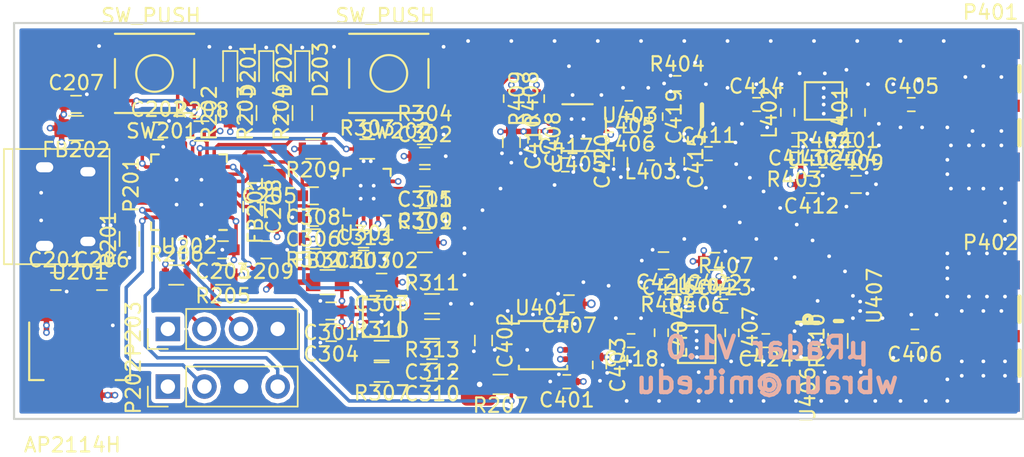
<source format=kicad_pcb>
(kicad_pcb (version 4) (host pcbnew 4.0.5-e0-6337~49~ubuntu14.04.1)
  (layers (0 F.Cu signal) (1 In1.Cu signal hide) (2 In2.Cu signal) (31 B.Cu signal) (34 B.Paste user hide) (35 F.Paste user) (36 B.SilkS user) (37 F.SilkS user) (38 B.Mask user) (39 F.Mask user) (44 Edge.Cuts user))
  (net 0 "")
  (net 1 +5V)
  (net 2 GND)
  (net 3 +3V3)
  (net 4 "Net-(C209-Pad2)")
  (net 5 /Analog/VDDA)
  (net 6 /Analog/IF+)
  (net 7 "Net-(C307-Pad2)")
  (net 8 /Analog/IF-)
  (net 9 "Net-(C309-Pad2)")
  (net 10 "Net-(C310-Pad2)")
  (net 11 "Net-(C311-Pad2)")
  (net 12 /Analog/ADC_RAMP)
  (net 13 "Net-(C312-Pad2)")
  (net 14 "Net-(C402-Pad1)")
  (net 15 "Net-(C404-Pad1)")
  (net 16 "Net-(C405-Pad1)")
  (net 17 /RF/RX_IN)
  (net 18 "Net-(C409-Pad1)")
  (net 19 "Net-(C411-Pad1)")
  (net 20 /RF/MIXER_LO)
  (net 21 "Net-(C413-Pad2)")
  (net 22 "Net-(C414-Pad2)")
  (net 23 "Net-(C416-Pad1)")
  (net 24 /RF/MIXER_LO+)
  (net 25 "Net-(C418-Pad1)")
  (net 26 /RF/VCO_OUT)
  (net 27 "Net-(C419-Pad1)")
  (net 28 "Net-(C419-Pad2)")
  (net 29 /RF/MIXER_LO-)
  (net 30 "Net-(C421-Pad1)")
  (net 31 "Net-(C423-Pad2)")
  (net 32 /RF/SPLIT)
  (net 33 "Net-(C424-Pad2)")
  (net 34 "Net-(D201-Pad2)")
  (net 35 "Net-(D202-Pad2)")
  (net 36 "Net-(D203-Pad2)")
  (net 37 "Net-(FB202-Pad1)")
  (net 38 /RF/MIXER_IN+)
  (net 39 /RF/MIXER_IN-)
  (net 40 /Control/USB_N)
  (net 41 "Net-(P201-Pad4)")
  (net 42 /Control/SWCLK)
  (net 43 /Control/SWDIO)
  (net 44 /Control/SCL)
  (net 45 /Control/SDA)
  (net 46 /RF/TX_OUT)
  (net 47 "Net-(R307-Pad2)")
  (net 48 "Net-(R311-Pad1)")
  (net 49 "Net-(R404-Pad2)")
  (net 50 /Control/RF_ENABLE)
  (net 51 /Control/USB_P)
  (net 52 /Analog/RAMP_DAC)
  (net 53 /Control/STATUS_1)
  (net 54 /Control/STATUS_2)
  (net 55 "Net-(R410-Pad2)")
  (net 56 "Net-(C406-Pad2)")
  (net 57 /RF/MIXER_IN)
  (net 58 /Control/VDDA2)
  (net 59 /Analog/VPSI)
  (net 60 /Analog/VPSO)
  (net 61 "Net-(C307-Pad1)")
  (net 62 /Analog/IF_ADC_P)
  (net 63 /Analog/IF_ADC_N)
  (net 64 /Control/BUTTON_1)
  (net 65 /Control/BUTTON_2)
  (net 66 /Control/AGC_DAC)
  (net 67 /Analog/GAIN_CTRL)
  (module wbraun_smd:MSOP-8_3x3mm (layer F.Cu) (at 178.7 86.375)
    (fp_text reference U401 (at 0 -2.6) (layer F.SilkS))
    (fp_text value MAX2750)
    (pad 1 smd rect (at -2.2 -0.975) (size 1.45 0.4) (layers F.Cu F.Paste F.Mask) (net 14 "Net-(C402-Pad1)"))
    (pad 2 smd rect (at -2.2 -0.325) (size 1.45 0.4) (layers F.Cu F.Paste F.Mask) (net 12 /Analog/ADC_RAMP))
    (pad 3 smd rect (at -2.2 0.325) (size 1.45 0.4) (layers F.Cu F.Paste F.Mask) (net 2 GND))
    (pad 4 smd rect (at -2.2 0.975) (size 1.45 0.4) (layers F.Cu F.Paste F.Mask) (net 50 /Control/RF_ENABLE))
    (pad 5 smd rect (at 2.2 0.975) (size 1.45 0.4) (layers F.Cu F.Paste F.Mask) (net 3 +3V3))
    (pad 6 smd rect (at 2.2 0.325) (size 1.45 0.4) (layers F.Cu F.Paste F.Mask) (net 3 +3V3))
    (pad 7 smd rect (at 2.2 -0.325) (size 1.45 0.4) (layers F.Cu F.Paste F.Mask) (net 26 /RF/VCO_OUT))
    (pad 8 smd rect (at 2.2 -0.975) (size 1.45 0.4) (layers F.Cu F.Paste F.Mask) (net 2 GND))
  )
  (module Pin_Headers:Pin_Header_Straight_1x04_Pitch2.54mm (layer F.Cu) (at 152.67 89.25 90)
    (fp_text reference P202 (at 0 -2.39 90) (layer F.SilkS))
    (fp_text value CONN_01X04)
    (pad 1 thru_hole rect (at 0 0 90) (size 1.7 1.7) (drill 1) (layers *.Cu *.Mask) (net 3 +3V3))
    (pad 2 thru_hole oval (at 0 2.54 90) (size 1.7 1.7) (drill 1) (layers *.Cu *.Mask) (net 42 /Control/SWCLK))
    (pad 3 thru_hole oval (at 0 5.08 90) (size 1.7 1.7) (drill 1) (layers *.Cu *.Mask) (net 2 GND))
    (pad 4 thru_hole oval (at 0 7.62 90) (size 1.7 1.7) (drill 1) (layers *.Cu *.Mask) (net 43 /Control/SWDIO))
  )
  (module wbraun_smd:8-QFN-2x2 (layer F.Cu) (at 167.5 84.5)
    (fp_text reference U302 (at 0.6 -4) (layer F.SilkS))
    (fp_text value LMX358IQ)
    (pad 9 smd rect (at 0 0) (size 0.8 1.2) (layers F.Cu) (net 2 GND))
    (pad 1 smd rect (at -0.875 -0.75) (size 0.45 0.25) (layers F.Cu F.Paste F.Mask) (net 47 "Net-(R307-Pad2)"))
    (pad 2 smd rect (at -0.875 -0.25) (size 0.45 0.25) (layers F.Cu F.Paste F.Mask) (net 47 "Net-(R307-Pad2)"))
    (pad 3 smd rect (at -0.875 0.25) (size 0.45 0.25) (layers F.Cu F.Paste F.Mask) (net 52 /Analog/RAMP_DAC))
    (pad 4 smd rect (at -0.875 0.75) (size 0.45 0.25) (layers F.Cu F.Paste F.Mask) (net 2 GND))
    (pad 5 smd rect (at 0.875 0.75) (size 0.45 0.25) (layers F.Cu F.Paste F.Mask) (net 10 "Net-(C310-Pad2)"))
    (pad 6 smd rect (at 0.875 0.25) (size 0.45 0.25) (layers F.Cu F.Paste F.Mask) (net 48 "Net-(R311-Pad1)"))
    (pad 7 smd rect (at 0.875 -0.25) (size 0.45 0.25) (layers F.Cu F.Paste F.Mask) (net 12 /Analog/ADC_RAMP))
    (pad 8 smd rect (at 0.875 -0.75) (size 0.45 0.25) (layers F.Cu F.Paste F.Mask) (net 5 /Analog/VDDA))
    (pad 9 smd rect (at 0 -0.25) (size 0.8 0.3) (layers F.Cu) (net 2 GND))
    (pad 9 smd rect (at 0 0.25) (size 0.8 0.3) (layers F.Cu) (net 2 GND))
  )
  (module wbraun_smd:QFN-16-3x3 (layer F.Cu) (at 166.5 75.75 180)
    (fp_text reference U301 (at 0 -2.85 180) (layer F.SilkS))
    (fp_text value AD8330AC)
    (pad 1 smd rect (at -1.475 -0.75 180) (size 0.75 0.26) (layers F.Cu F.Paste F.Mask) (net 59 /Analog/VPSI))
    (pad 2 smd rect (at -1.475 -0.25 180) (size 0.75 0.26) (layers F.Cu F.Paste F.Mask) (net 9 "Net-(C309-Pad2)"))
    (pad 3 smd rect (at -1.475 0.25 180) (size 0.75 0.26) (layers F.Cu F.Paste F.Mask) (net 11 "Net-(C311-Pad2)"))
    (pad 4 smd rect (at -1.475 0.75 180) (size 0.75 0.26) (layers F.Cu F.Paste F.Mask) (net 5 /Analog/VDDA))
    (pad 5 smd rect (at -0.75 1.475 270) (size 0.75 0.26) (layers F.Cu F.Paste F.Mask) (net 67 /Analog/GAIN_CTRL))
    (pad 6 smd rect (at -0.25 1.475 270) (size 0.75 0.26) (layers F.Cu F.Paste F.Mask) (net 2 GND))
    (pad 7 smd rect (at 0.25 1.475 270) (size 0.75 0.26) (layers F.Cu F.Paste F.Mask) (net 2 GND))
    (pad 8 smd rect (at 0.75 1.475 270) (size 0.75 0.26) (layers F.Cu F.Paste F.Mask))
    (pad 9 smd rect (at 1.475 0.75 180) (size 0.75 0.26) (layers F.Cu F.Paste F.Mask) (net 2 GND))
    (pad 10 smd rect (at 1.475 0.25 180) (size 0.75 0.26) (layers F.Cu F.Paste F.Mask) (net 63 /Analog/IF_ADC_N))
    (pad 11 smd rect (at 1.475 -0.25 180) (size 0.75 0.26) (layers F.Cu F.Paste F.Mask) (net 62 /Analog/IF_ADC_P))
    (pad 12 smd rect (at 1.475 -0.75 180) (size 0.75 0.26) (layers F.Cu F.Paste F.Mask) (net 60 /Analog/VPSO))
    (pad 13 smd rect (at 0.75 -1.475 270) (size 0.75 0.26) (layers F.Cu F.Paste F.Mask) (net 7 "Net-(C307-Pad2)"))
    (pad 14 smd rect (at 0.25 -1.475 270) (size 0.75 0.26) (layers F.Cu F.Paste F.Mask) (net 5 /Analog/VDDA))
    (pad 15 smd rect (at -0.25 -1.475 270) (size 0.75 0.26) (layers F.Cu F.Paste F.Mask) (net 61 "Net-(C307-Pad1)"))
    (pad 16 smd rect (at -0.75 -1.475 270) (size 0.75 0.26) (layers F.Cu F.Paste F.Mask) (net 5 /Analog/VDDA))
    (pad 17 smd rect (at 0 0 180) (size 1.65 1.65) (layers F.Cu F.Mask) (net 2 GND))
  )
  (module Housings_DFN_QFN:QFN-32-1EP_5x5mm_Pitch0.5mm (layer F.Cu) (at 154.1375 75.75 180)
    (fp_text reference U202 (at 0 -3.75 180) (layer F.SilkS))
    (fp_text value STM32L432K)
    (pad 1 smd rect (at -2.4 -1.75 180) (size 0.7 0.25) (layers F.Cu F.Paste F.Mask) (net 3 +3V3))
    (pad 2 smd rect (at -2.4 -1.25 180) (size 0.7 0.25) (layers F.Cu F.Paste F.Mask))
    (pad 3 smd rect (at -2.4 -0.75 180) (size 0.7 0.25) (layers F.Cu F.Paste F.Mask))
    (pad 4 smd rect (at -2.4 -0.25 180) (size 0.7 0.25) (layers F.Cu F.Paste F.Mask) (net 4 "Net-(C209-Pad2)"))
    (pad 5 smd rect (at -2.4 0.25 180) (size 0.7 0.25) (layers F.Cu F.Paste F.Mask) (net 58 /Control/VDDA2))
    (pad 6 smd rect (at -2.4 0.75 180) (size 0.7 0.25) (layers F.Cu F.Paste F.Mask) (net 62 /Analog/IF_ADC_P))
    (pad 7 smd rect (at -2.4 1.25 180) (size 0.7 0.25) (layers F.Cu F.Paste F.Mask) (net 63 /Analog/IF_ADC_N))
    (pad 8 smd rect (at -2.4 1.75 180) (size 0.7 0.25) (layers F.Cu F.Paste F.Mask) (net 12 /Analog/ADC_RAMP))
    (pad 9 smd rect (at -1.75 2.4 270) (size 0.7 0.25) (layers F.Cu F.Paste F.Mask) (net 65 /Control/BUTTON_2))
    (pad 10 smd rect (at -1.25 2.4 270) (size 0.7 0.25) (layers F.Cu F.Paste F.Mask) (net 53 /Control/STATUS_1))
    (pad 11 smd rect (at -0.75 2.4 270) (size 0.7 0.25) (layers F.Cu F.Paste F.Mask) (net 52 /Analog/RAMP_DAC))
    (pad 12 smd rect (at -0.25 2.4 270) (size 0.7 0.25) (layers F.Cu F.Paste F.Mask) (net 66 /Control/AGC_DAC))
    (pad 13 smd rect (at 0.25 2.4 270) (size 0.7 0.25) (layers F.Cu F.Paste F.Mask) (net 54 /Control/STATUS_2))
    (pad 14 smd rect (at 0.75 2.4 270) (size 0.7 0.25) (layers F.Cu F.Paste F.Mask))
    (pad 15 smd rect (at 1.25 2.4 270) (size 0.7 0.25) (layers F.Cu F.Paste F.Mask))
    (pad 16 smd rect (at 1.75 2.4 270) (size 0.7 0.25) (layers F.Cu F.Paste F.Mask) (net 2 GND))
    (pad 17 smd rect (at 2.4 1.75 180) (size 0.7 0.25) (layers F.Cu F.Paste F.Mask) (net 3 +3V3))
    (pad 18 smd rect (at 2.4 1.25 180) (size 0.7 0.25) (layers F.Cu F.Paste F.Mask) (net 64 /Control/BUTTON_1))
    (pad 19 smd rect (at 2.4 0.75 180) (size 0.7 0.25) (layers F.Cu F.Paste F.Mask))
    (pad 20 smd rect (at 2.4 0.25 180) (size 0.7 0.25) (layers F.Cu F.Paste F.Mask))
    (pad 21 smd rect (at 2.4 -0.25 180) (size 0.7 0.25) (layers F.Cu F.Paste F.Mask) (net 40 /Control/USB_N))
    (pad 22 smd rect (at 2.4 -0.75 180) (size 0.7 0.25) (layers F.Cu F.Paste F.Mask) (net 51 /Control/USB_P))
    (pad 23 smd rect (at 2.4 -1.25 180) (size 0.7 0.25) (layers F.Cu F.Paste F.Mask) (net 43 /Control/SWDIO))
    (pad 24 smd rect (at 2.4 -1.75 180) (size 0.7 0.25) (layers F.Cu F.Paste F.Mask) (net 42 /Control/SWCLK))
    (pad 25 smd rect (at 1.75 -2.4 270) (size 0.7 0.25) (layers F.Cu F.Paste F.Mask))
    (pad 26 smd rect (at 1.25 -2.4 270) (size 0.7 0.25) (layers F.Cu F.Paste F.Mask))
    (pad 27 smd rect (at 0.75 -2.4 270) (size 0.7 0.25) (layers F.Cu F.Paste F.Mask))
    (pad 28 smd rect (at 0.25 -2.4 270) (size 0.7 0.25) (layers F.Cu F.Paste F.Mask) (net 50 /Control/RF_ENABLE))
    (pad 29 smd rect (at -0.25 -2.4 270) (size 0.7 0.25) (layers F.Cu F.Paste F.Mask) (net 44 /Control/SCL))
    (pad 30 smd rect (at -0.75 -2.4 270) (size 0.7 0.25) (layers F.Cu F.Paste F.Mask) (net 45 /Control/SDA))
    (pad 31 smd rect (at -1.25 -2.4 270) (size 0.7 0.25) (layers F.Cu F.Paste F.Mask) (net 2 GND))
    (pad 32 smd rect (at -1.75 -2.4 270) (size 0.7 0.25) (layers F.Cu F.Paste F.Mask) (net 2 GND))
    (pad 33 smd rect (at 0.8625 0.8625 180) (size 1.725 1.725) (layers F.Cu F.Paste F.Mask) (net 2 GND))
    (pad 33 smd rect (at 0.8625 -0.8625 180) (size 1.725 1.725) (layers F.Cu F.Paste F.Mask) (net 2 GND))
    (pad 33 smd rect (at -0.8625 0.8625 180) (size 1.725 1.725) (layers F.Cu F.Paste F.Mask) (net 2 GND))
    (pad 33 smd rect (at -0.8625 -0.8625 180) (size 1.725 1.725) (layers F.Cu F.Paste F.Mask) (net 2 GND))
  )
  (module wbraun_smd:button-5mm (layer F.Cu) (at 168 67.5 180)
    (fp_text reference SW202 (at -0.5 -4 180) (layer F.SilkS))
    (fp_text value SW_PUSH (at 0.25 4 180) (layer F.SilkS))
    (pad 2 smd rect (at -2.75 1.85 180) (size 1.5 0.85) (layers F.Cu F.Paste F.Mask) (net 2 GND))
    (pad 2 smd rect (at 2.75 1.85 180) (size 1.5 0.85) (layers F.Cu F.Paste F.Mask) (net 2 GND))
    (pad 1 smd rect (at 2.75 -1.85 180) (size 1.5 0.85) (layers F.Cu F.Paste F.Mask) (net 65 /Control/BUTTON_2))
    (pad 1 smd rect (at -2.75 -1.85 180) (size 1.5 0.85) (layers F.Cu F.Paste F.Mask) (net 65 /Control/BUTTON_2))
  )
  (module wbraun_smd:button-5mm (layer F.Cu) (at 151.75 67.5 180)
    (fp_text reference SW201 (at -0.5 -4 180) (layer F.SilkS))
    (fp_text value SW_PUSH (at 0.25 4 180) (layer F.SilkS))
    (pad 2 smd rect (at -2.75 1.85 180) (size 1.5 0.85) (layers F.Cu F.Paste F.Mask) (net 2 GND))
    (pad 2 smd rect (at 2.75 1.85 180) (size 1.5 0.85) (layers F.Cu F.Paste F.Mask) (net 2 GND))
    (pad 1 smd rect (at 2.75 -1.85 180) (size 1.5 0.85) (layers F.Cu F.Paste F.Mask) (net 64 /Control/BUTTON_1))
    (pad 1 smd rect (at -2.75 -1.85 180) (size 1.5 0.85) (layers F.Cu F.Paste F.Mask) (net 64 /Control/BUTTON_1))
  )
  (module Resistors_SMD:R_0603 (layer F.Cu) (at 162.75 72.75 180)
    (fp_text reference R209 (at 0 -1.45 180) (layer F.SilkS))
    (fp_text value 10k)
    (pad 1 smd rect (at -0.75 0 180) (size 0.5 0.9) (layers F.Cu F.Paste F.Mask) (net 65 /Control/BUTTON_2))
    (pad 2 smd rect (at 0.75 0 180) (size 0.5 0.9) (layers F.Cu F.Paste F.Mask) (net 3 +3V3))
  )
  (module Resistors_SMD:R_0603 (layer F.Cu) (at 155 71.5)
    (fp_text reference R208 (at 0 -1.45) (layer F.SilkS))
    (fp_text value 10k)
    (pad 1 smd rect (at -0.75 0) (size 0.5 0.9) (layers F.Cu F.Paste F.Mask) (net 64 /Control/BUTTON_1))
    (pad 2 smd rect (at 0.75 0) (size 0.5 0.9) (layers F.Cu F.Paste F.Mask) (net 3 +3V3))
  )
  (module wbraun_smd:SMA-Edge-short (layer F.Cu) (at 209.5 85.75 180)
    (fp_text reference P402 (at -0.25 6.5 180) (layer F.SilkS))
    (fp_text value CONN_01X02)
    (pad 1 smd rect (at -1 0) (size 2.56 0.85) (layers F.Cu F.Mask) (net 46 /RF/TX_OUT))
    (pad 2 smd rect (at 0 -4.25) (size 4.56 2) (layers F.Cu F.Mask) (net 2 GND))
    (pad 2 smd rect (at 0 4.25) (size 4.56 2) (layers F.Cu F.Mask) (net 2 GND))
    (pad 2 smd rect (at 0 -4.25) (size 4.56 2) (layers B.Cu B.Mask) (net 2 GND))
    (pad 2 smd rect (at 0 4.25) (size 4.56 2) (layers B.Cu B.Mask) (net 2 GND))
  )
  (module wbraun_smd:SMA-Edge-short (layer F.Cu) (at 209.5 69.75 180)
    (fp_text reference P401 (at -0.25 6.5 180) (layer F.SilkS))
    (fp_text value CONN_01X02)
    (pad 1 smd rect (at -1 0) (size 2.56 0.85) (layers F.Cu F.Mask) (net 17 /RF/RX_IN))
    (pad 2 smd rect (at 0 -4.25) (size 4.56 2) (layers F.Cu F.Mask) (net 2 GND))
    (pad 2 smd rect (at 0 4.25) (size 4.56 2) (layers F.Cu F.Mask) (net 2 GND))
    (pad 2 smd rect (at 0 -4.25) (size 4.56 2) (layers B.Cu B.Mask) (net 2 GND))
    (pad 2 smd rect (at 0 4.25) (size 4.56 2) (layers B.Cu B.Mask) (net 2 GND))
  )
  (module Capacitors_SMD:C_0603 (layer F.Cu) (at 144.9 81.95)
    (fp_text reference C201 (at 0 -1.5) (layer F.SilkS))
    (fp_text value 0.47u)
    (pad 1 smd rect (at -0.75 0) (size 0.8 0.75) (layers F.Cu F.Paste F.Mask) (net 1 +5V))
    (pad 2 smd rect (at 0.75 0) (size 0.8 0.75) (layers F.Cu F.Paste F.Mask) (net 2 GND))
  )
  (module Capacitors_SMD:C_0603 (layer F.Cu) (at 152 71.5)
    (fp_text reference C202 (at 0 -1.5) (layer F.SilkS))
    (fp_text value 0.47u)
    (pad 1 smd rect (at -0.75 0) (size 0.8 0.75) (layers F.Cu F.Paste F.Mask) (net 3 +3V3))
    (pad 2 smd rect (at 0.75 0) (size 0.8 0.75) (layers F.Cu F.Paste F.Mask) (net 2 GND))
  )
  (module Capacitors_SMD:C_0603 (layer F.Cu) (at 156.5 79.75 180)
    (fp_text reference C203 (at 0 -1.5 180) (layer F.SilkS))
    (fp_text value 0.47u)
    (pad 1 smd rect (at -0.75 0 180) (size 0.8 0.75) (layers F.Cu F.Paste F.Mask) (net 3 +3V3))
    (pad 2 smd rect (at 0.75 0 180) (size 0.8 0.75) (layers F.Cu F.Paste F.Mask) (net 2 GND))
  )
  (module Capacitors_SMD:C_0603 (layer F.Cu) (at 159.7 74.5 180)
    (fp_text reference C205 (at 0 -1.5 180) (layer F.SilkS))
    (fp_text value 4.7u)
    (pad 1 smd rect (at -0.75 0 180) (size 0.8 0.75) (layers F.Cu F.Paste F.Mask) (net 58 /Control/VDDA2))
    (pad 2 smd rect (at 0.75 0 180) (size 0.8 0.75) (layers F.Cu F.Paste F.Mask) (net 2 GND))
  )
  (module Capacitors_SMD:C_0603 (layer F.Cu) (at 148.1 81.95)
    (fp_text reference C206 (at 0 -1.5) (layer F.SilkS))
    (fp_text value 0.47u)
    (pad 1 smd rect (at -0.75 0) (size 0.8 0.75) (layers F.Cu F.Paste F.Mask) (net 3 +3V3))
    (pad 2 smd rect (at 0.75 0) (size 0.8 0.75) (layers F.Cu F.Paste F.Mask) (net 2 GND))
  )
  (module Capacitors_SMD:C_0603 (layer F.Cu) (at 146.3 69.65)
    (fp_text reference C207 (at 0 -1.5) (layer F.SilkS))
    (fp_text value 4.7u)
    (pad 1 smd rect (at -0.75 0) (size 0.8 0.75) (layers F.Cu F.Paste F.Mask) (net 1 +5V))
    (pad 2 smd rect (at 0.75 0) (size 0.8 0.75) (layers F.Cu F.Paste F.Mask) (net 2 GND))
  )
  (module Capacitors_SMD:C_0603 (layer F.Cu) (at 158.5 76.75 270)
    (fp_text reference C208 (at 0 -1.5 270) (layer F.SilkS))
    (fp_text value 0.47u)
    (pad 1 smd rect (at -0.75 0 270) (size 0.8 0.75) (layers F.Cu F.Paste F.Mask) (net 58 /Control/VDDA2))
    (pad 2 smd rect (at 0.75 0 270) (size 0.8 0.75) (layers F.Cu F.Paste F.Mask) (net 2 GND))
  )
  (module Capacitors_SMD:C_0603 (layer F.Cu) (at 159.5 79.75 180)
    (fp_text reference C209 (at 0 -1.5 180) (layer F.SilkS))
    (fp_text value 0.1u)
    (pad 1 smd rect (at -0.75 0 180) (size 0.8 0.75) (layers F.Cu F.Paste F.Mask) (net 2 GND))
    (pad 2 smd rect (at 0.75 0 180) (size 0.8 0.75) (layers F.Cu F.Paste F.Mask) (net 4 "Net-(C209-Pad2)"))
  )
  (module Capacitors_SMD:C_0603 (layer F.Cu) (at 164 84 180)
    (fp_text reference C301 (at 0 -1.5 180) (layer F.SilkS))
    (fp_text value 4.7u)
    (pad 1 smd rect (at -0.75 0 180) (size 0.8 0.75) (layers F.Cu F.Paste F.Mask) (net 5 /Analog/VDDA))
    (pad 2 smd rect (at 0.75 0 180) (size 0.8 0.75) (layers F.Cu F.Paste F.Mask) (net 2 GND))
  )
  (module Capacitors_SMD:C_0603 (layer F.Cu) (at 170.5 73.25)
    (fp_text reference C302 (at 0 -1.5) (layer F.SilkS))
    (fp_text value 0.47u)
    (pad 1 smd rect (at -0.75 0) (size 0.8 0.75) (layers F.Cu F.Paste F.Mask) (net 5 /Analog/VDDA))
    (pad 2 smd rect (at 0.75 0) (size 0.8 0.75) (layers F.Cu F.Paste F.Mask) (net 2 GND))
  )
  (module Capacitors_SMD:C_0603 (layer F.Cu) (at 167.5 82 180)
    (fp_text reference C303 (at 0 -1.5 180) (layer F.SilkS))
    (fp_text value 0.47u)
    (pad 1 smd rect (at -0.75 0 180) (size 0.8 0.75) (layers F.Cu F.Paste F.Mask) (net 5 /Analog/VDDA))
    (pad 2 smd rect (at 0.75 0 180) (size 0.8 0.75) (layers F.Cu F.Paste F.Mask) (net 2 GND))
  )
  (module Capacitors_SMD:C_0603 (layer F.Cu) (at 164 85.5 180)
    (fp_text reference C304 (at 0 -1.5 180) (layer F.SilkS))
    (fp_text value 0.47u)
    (pad 1 smd rect (at -0.75 0 180) (size 0.8 0.75) (layers F.Cu F.Paste F.Mask) (net 5 /Analog/VDDA))
    (pad 2 smd rect (at 0.75 0 180) (size 0.8 0.75) (layers F.Cu F.Paste F.Mask) (net 2 GND))
  )
  (module Capacitors_SMD:C_0603 (layer F.Cu) (at 170.5 77.75)
    (fp_text reference C305 (at 0 -1.5) (layer F.SilkS))
    (fp_text value 0.47u)
    (pad 1 smd rect (at -0.75 0) (size 0.8 0.75) (layers F.Cu F.Paste F.Mask) (net 59 /Analog/VPSI))
    (pad 2 smd rect (at 0.75 0) (size 0.8 0.75) (layers F.Cu F.Paste F.Mask) (net 2 GND))
  )
  (module Capacitors_SMD:C_0603 (layer F.Cu) (at 162.75 77.5 180)
    (fp_text reference C306 (at 0 -1.5 180) (layer F.SilkS))
    (fp_text value 0.47u)
    (pad 1 smd rect (at -0.75 0 180) (size 0.8 0.75) (layers F.Cu F.Paste F.Mask) (net 60 /Analog/VPSO))
    (pad 2 smd rect (at 0.75 0 180) (size 0.8 0.75) (layers F.Cu F.Paste F.Mask) (net 2 GND))
  )
  (module Capacitors_SMD:C_0603 (layer F.Cu) (at 166.25 79 180)
    (fp_text reference C307 (at 0 -1.5 180) (layer F.SilkS))
    (fp_text value C)
    (pad 1 smd rect (at -0.75 0 180) (size 0.8 0.75) (layers F.Cu F.Paste F.Mask) (net 61 "Net-(C307-Pad1)"))
    (pad 2 smd rect (at 0.75 0 180) (size 0.8 0.75) (layers F.Cu F.Paste F.Mask) (net 7 "Net-(C307-Pad2)"))
  )
  (module Capacitors_SMD:C_0603 (layer F.Cu) (at 162.75 76 180)
    (fp_text reference C308 (at 0 -1.5 180) (layer F.SilkS))
    (fp_text value C)
    (pad 1 smd rect (at -0.75 0 180) (size 0.8 0.75) (layers F.Cu F.Paste F.Mask) (net 62 /Analog/IF_ADC_P))
    (pad 2 smd rect (at 0.75 0 180) (size 0.8 0.75) (layers F.Cu F.Paste F.Mask) (net 63 /Analog/IF_ADC_N))
  )
  (module Capacitors_SMD:C_0603 (layer F.Cu) (at 170.5 76.25 180)
    (fp_text reference C309 (at 0 -1.5 180) (layer F.SilkS))
    (fp_text value C)
    (pad 1 smd rect (at -0.75 0 180) (size 0.8 0.75) (layers F.Cu F.Paste F.Mask) (net 6 /Analog/IF+))
    (pad 2 smd rect (at 0.75 0 180) (size 0.8 0.75) (layers F.Cu F.Paste F.Mask) (net 9 "Net-(C309-Pad2)"))
  )
  (module Capacitors_SMD:C_0603 (layer F.Cu) (at 171 88.25 180)
    (fp_text reference C310 (at 0 -1.5 180) (layer F.SilkS))
    (fp_text value 1n)
    (pad 1 smd rect (at -0.75 0 180) (size 0.8 0.75) (layers F.Cu F.Paste F.Mask) (net 2 GND))
    (pad 2 smd rect (at 0.75 0 180) (size 0.8 0.75) (layers F.Cu F.Paste F.Mask) (net 10 "Net-(C310-Pad2)"))
  )
  (module Capacitors_SMD:C_0603 (layer F.Cu) (at 170.5 74.75 180)
    (fp_text reference C311 (at 0 -1.5 180) (layer F.SilkS))
    (fp_text value C)
    (pad 1 smd rect (at -0.75 0 180) (size 0.8 0.75) (layers F.Cu F.Paste F.Mask) (net 8 /Analog/IF-))
    (pad 2 smd rect (at 0.75 0 180) (size 0.8 0.75) (layers F.Cu F.Paste F.Mask) (net 11 "Net-(C311-Pad2)"))
  )
  (module Capacitors_SMD:C_0603 (layer F.Cu) (at 171 86.75 180)
    (fp_text reference C312 (at 0 -1.5 180) (layer F.SilkS))
    (fp_text value 1n)
    (pad 1 smd rect (at -0.75 0 180) (size 0.8 0.75) (layers F.Cu F.Paste F.Mask) (net 12 /Analog/ADC_RAMP))
    (pad 2 smd rect (at 0.75 0 180) (size 0.8 0.75) (layers F.Cu F.Paste F.Mask) (net 13 "Net-(C312-Pad2)"))
  )
  (module Capacitors_SMD:C_0402 (layer F.Cu) (at 180.35 88.91 180)
    (fp_text reference C401 (at 0 -1.27 180) (layer F.SilkS))
    (fp_text value 220p)
    (pad 1 smd rect (at -0.55 0 180) (size 0.6 0.5) (layers F.Cu F.Paste F.Mask) (net 3 +3V3))
    (pad 2 smd rect (at 0.55 0 180) (size 0.6 0.5) (layers F.Cu F.Paste F.Mask) (net 2 GND))
  )
  (module Capacitors_SMD:C_0603 (layer F.Cu) (at 174.57 86.05 270)
    (fp_text reference C402 (at 0 -1.5 270) (layer F.SilkS))
    (fp_text value 0.1u)
    (pad 1 smd rect (at -0.75 0 270) (size 0.8 0.75) (layers F.Cu F.Paste F.Mask) (net 14 "Net-(C402-Pad1)"))
    (pad 2 smd rect (at 0.75 0 270) (size 0.8 0.75) (layers F.Cu F.Paste F.Mask) (net 2 GND))
  )
  (module Capacitors_SMD:C_0402 (layer F.Cu) (at 182.62 87.75 270)
    (fp_text reference C403 (at 0 -1.27 270) (layer F.SilkS))
    (fp_text value 220p)
    (pad 1 smd rect (at -0.55 0 270) (size 0.6 0.5) (layers F.Cu F.Paste F.Mask) (net 3 +3V3))
    (pad 2 smd rect (at 0.55 0 270) (size 0.6 0.5) (layers F.Cu F.Paste F.Mask) (net 2 GND))
  )
  (module Capacitors_SMD:C_0402 (layer F.Cu) (at 200.019779 72.111867 180)
    (fp_text reference C404 (at 0 -1.27 180) (layer F.SilkS))
    (fp_text value 10p)
    (pad 1 smd rect (at -0.55 0 180) (size 0.6 0.5) (layers F.Cu F.Paste F.Mask) (net 15 "Net-(C404-Pad1)"))
    (pad 2 smd rect (at 0.55 0 180) (size 0.6 0.5) (layers F.Cu F.Paste F.Mask) (net 2 GND))
  )
  (module Capacitors_SMD:C_0402 (layer F.Cu) (at 204.25 69.661867)
    (fp_text reference C405 (at 0 -1.27) (layer F.SilkS))
    (fp_text value 1n)
    (pad 1 smd rect (at -0.55 0) (size 0.6 0.5) (layers F.Cu F.Paste F.Mask) (net 16 "Net-(C405-Pad1)"))
    (pad 2 smd rect (at 0.55 0) (size 0.6 0.5) (layers F.Cu F.Paste F.Mask) (net 17 /RF/RX_IN))
  )
  (module Capacitors_SMD:C_0603 (layer F.Cu) (at 180.5 83.5 180)
    (fp_text reference C407 (at 0 -1.5 180) (layer F.SilkS))
    (fp_text value 4.7u)
    (pad 1 smd rect (at -0.75 0 180) (size 0.8 0.75) (layers F.Cu F.Paste F.Mask) (net 3 +3V3))
    (pad 2 smd rect (at 0.75 0 180) (size 0.8 0.75) (layers F.Cu F.Paste F.Mask) (net 2 GND))
  )
  (module Capacitors_SMD:C_0402 (layer F.Cu) (at 178.127416 72.080846 270)
    (fp_text reference C408 (at 0 -1.27 270) (layer F.SilkS))
    (fp_text value 1n)
    (pad 1 smd rect (at -0.55 0 270) (size 0.6 0.5) (layers F.Cu F.Paste F.Mask) (net 1 +5V))
    (pad 2 smd rect (at 0.55 0 270) (size 0.6 0.5) (layers F.Cu F.Paste F.Mask) (net 2 GND))
  )
  (module Capacitors_SMD:C_0603 (layer F.Cu) (at 200.419779 75.211867)
    (fp_text reference C409 (at 0 -1.5) (layer F.SilkS))
    (fp_text value 4.7u)
    (pad 1 smd rect (at -0.75 0) (size 0.8 0.75) (layers F.Cu F.Paste F.Mask) (net 18 "Net-(C409-Pad1)"))
    (pad 2 smd rect (at 0.75 0) (size 0.8 0.75) (layers F.Cu F.Paste F.Mask) (net 2 GND))
  )
  (module Capacitors_SMD:C_0603 (layer F.Cu) (at 176.507416 72.280846 270)
    (fp_text reference C410 (at 0 -1.5 270) (layer F.SilkS))
    (fp_text value 4.7u)
    (pad 1 smd rect (at -0.75 0 270) (size 0.8 0.75) (layers F.Cu F.Paste F.Mask) (net 1 +5V))
    (pad 2 smd rect (at 0.75 0 270) (size 0.8 0.75) (layers F.Cu F.Paste F.Mask) (net 2 GND))
  )
  (module Capacitors_SMD:C_0402 (layer F.Cu) (at 190.177416 73.070846)
    (fp_text reference C411 (at 0 -1.27) (layer F.SilkS))
    (fp_text value 47p)
    (pad 1 smd rect (at -0.55 0) (size 0.6 0.5) (layers F.Cu F.Paste F.Mask) (net 19 "Net-(C411-Pad1)"))
    (pad 2 smd rect (at 0.55 0) (size 0.6 0.5) (layers F.Cu F.Paste F.Mask) (net 20 /RF/MIXER_LO))
  )
  (module Capacitors_SMD:C_0603 (layer F.Cu) (at 197.319779 75.211867 180)
    (fp_text reference C412 (at 0 -1.5 180) (layer F.SilkS))
    (fp_text value 4.7u)
    (pad 1 smd rect (at -0.75 0 180) (size 0.8 0.75) (layers F.Cu F.Paste F.Mask) (net 2 GND))
    (pad 2 smd rect (at 0.75 0 180) (size 0.8 0.75) (layers F.Cu F.Paste F.Mask) (net 1 +5V))
  )
  (module Capacitors_SMD:C_0402 (layer F.Cu) (at 196.219779 72.111867 180)
    (fp_text reference C413 (at 0 -1.27 180) (layer F.SilkS))
    (fp_text value 10p)
    (pad 1 smd rect (at -0.55 0 180) (size 0.6 0.5) (layers F.Cu F.Paste F.Mask) (net 2 GND))
    (pad 2 smd rect (at 0.55 0 180) (size 0.6 0.5) (layers F.Cu F.Paste F.Mask) (net 21 "Net-(C413-Pad2)"))
  )
  (module Capacitors_SMD:C_0402 (layer F.Cu) (at 193.519779 69.661867)
    (fp_text reference C414 (at 0 -1.27) (layer F.SilkS))
    (fp_text value 1n)
    (pad 1 smd rect (at -0.55 0) (size 0.6 0.5) (layers F.Cu F.Paste F.Mask) (net 57 /RF/MIXER_IN))
    (pad 2 smd rect (at 0.55 0) (size 0.6 0.5) (layers F.Cu F.Paste F.Mask) (net 22 "Net-(C414-Pad2)"))
  )
  (module Capacitors_SMD:C_0402 (layer F.Cu) (at 188.027416 73.6 270)
    (fp_text reference C415 (at 0 -1.27 270) (layer F.SilkS))
    (fp_text value 1p)
    (pad 1 smd rect (at -0.55 0 270) (size 0.6 0.5) (layers F.Cu F.Paste F.Mask) (net 19 "Net-(C411-Pad1)"))
    (pad 2 smd rect (at 0.55 0 270) (size 0.6 0.5) (layers F.Cu F.Paste F.Mask) (net 2 GND))
  )
  (module Capacitors_SMD:C_0402 (layer F.Cu) (at 187.46 83.66)
    (fp_text reference C416 (at 0 -1.27) (layer F.SilkS))
    (fp_text value 10p)
    (pad 1 smd rect (at -0.55 0) (size 0.6 0.5) (layers F.Cu F.Paste F.Mask) (net 23 "Net-(C416-Pad1)"))
    (pad 2 smd rect (at 0.55 0) (size 0.6 0.5) (layers F.Cu F.Paste F.Mask) (net 2 GND))
  )
  (module Capacitors_SMD:C_0402 (layer F.Cu) (at 180.247416 73.850846)
    (fp_text reference C417 (at 0 -1.27) (layer F.SilkS))
    (fp_text value 47p)
    (pad 1 smd rect (at -0.55 0) (size 0.6 0.5) (layers F.Cu F.Paste F.Mask) (net 24 /RF/MIXER_LO+))
    (pad 2 smd rect (at 0.55 0) (size 0.6 0.5) (layers F.Cu F.Paste F.Mask) (net 2 GND))
  )
  (module Capacitors_SMD:C_0402 (layer F.Cu) (at 184.81 86.06 180)
    (fp_text reference C418 (at 0 -1.27 180) (layer F.SilkS))
    (fp_text value 1n)
    (pad 1 smd rect (at -0.55 0 180) (size 0.6 0.5) (layers F.Cu F.Paste F.Mask) (net 25 "Net-(C418-Pad1)"))
    (pad 2 smd rect (at 0.55 0 180) (size 0.6 0.5) (layers F.Cu F.Paste F.Mask) (net 26 /RF/VCO_OUT))
  )
  (module Capacitors_SMD:C_0402 (layer F.Cu) (at 186.527416 70.500846 270)
    (fp_text reference C419 (at 0 -1.27 270) (layer F.SilkS))
    (fp_text value 1p)
    (pad 1 smd rect (at -0.55 0 270) (size 0.6 0.5) (layers F.Cu F.Paste F.Mask) (net 27 "Net-(C419-Pad1)"))
    (pad 2 smd rect (at 0.55 0 270) (size 0.6 0.5) (layers F.Cu F.Paste F.Mask) (net 28 "Net-(C419-Pad2)"))
  )
  (module Capacitors_SMD:C_0402 (layer F.Cu) (at 184.087416 73.610846 90)
    (fp_text reference C420 (at 0 -1.27 90) (layer F.SilkS))
    (fp_text value 0)
    (pad 1 smd rect (at -0.55 0 90) (size 0.6 0.5) (layers F.Cu F.Paste F.Mask) (net 2 GND))
    (pad 2 smd rect (at 0.55 0 90) (size 0.6 0.5) (layers F.Cu F.Paste F.Mask) (net 29 /RF/MIXER_LO-))
  )
  (module Capacitors_SMD:C_0603 (layer F.Cu) (at 187.06 80.51 180)
    (fp_text reference C421 (at 0 -1.5 180) (layer F.SilkS))
    (fp_text value 4.7u)
    (pad 1 smd rect (at -0.75 0 180) (size 0.8 0.75) (layers F.Cu F.Paste F.Mask) (net 30 "Net-(C421-Pad1)"))
    (pad 2 smd rect (at 0.75 0 180) (size 0.8 0.75) (layers F.Cu F.Paste F.Mask) (net 2 GND))
  )
  (module Capacitors_SMD:C_0603 (layer F.Cu) (at 190.6 80.55 180)
    (fp_text reference C422 (at 0 -1.5 180) (layer F.SilkS))
    (fp_text value 4.7u)
    (pad 1 smd rect (at -0.75 0 180) (size 0.8 0.75) (layers F.Cu F.Paste F.Mask) (net 2 GND))
    (pad 2 smd rect (at 0.75 0 180) (size 0.8 0.75) (layers F.Cu F.Paste F.Mask) (net 1 +5V))
  )
  (module Capacitors_SMD:C_0402 (layer F.Cu) (at 191.26 83.66)
    (fp_text reference C423 (at 0 -1.27) (layer F.SilkS))
    (fp_text value 10p)
    (pad 1 smd rect (at -0.55 0) (size 0.6 0.5) (layers F.Cu F.Paste F.Mask) (net 2 GND))
    (pad 2 smd rect (at 0.55 0) (size 0.6 0.5) (layers F.Cu F.Paste F.Mask) (net 31 "Net-(C423-Pad2)"))
  )
  (module Capacitors_SMD:C_0402 (layer F.Cu) (at 194.16 86.06 180)
    (fp_text reference C424 (at 0 -1.27 180) (layer F.SilkS))
    (fp_text value 1n)
    (pad 1 smd rect (at -0.55 0 180) (size 0.6 0.5) (layers F.Cu F.Paste F.Mask) (net 32 /RF/SPLIT))
    (pad 2 smd rect (at 0.55 0 180) (size 0.6 0.5) (layers F.Cu F.Paste F.Mask) (net 33 "Net-(C424-Pad2)"))
  )
  (module LEDs:LED_0603 (layer F.Cu) (at 157 67.25 270)
    (fp_text reference D201 (at 0 -1.25 270) (layer F.SilkS))
    (fp_text value LED)
    (pad 2 smd rect (at 0.8 0 90) (size 0.8 0.8) (layers F.Cu F.Paste F.Mask) (net 34 "Net-(D201-Pad2)"))
    (pad 1 smd rect (at -0.8 0 90) (size 0.8 0.8) (layers F.Cu F.Paste F.Mask) (net 2 GND))
  )
  (module LEDs:LED_0603 (layer F.Cu) (at 159.5 67.25 270)
    (fp_text reference D202 (at 0 -1.25 270) (layer F.SilkS))
    (fp_text value LED)
    (pad 2 smd rect (at 0.8 0 90) (size 0.8 0.8) (layers F.Cu F.Paste F.Mask) (net 35 "Net-(D202-Pad2)"))
    (pad 1 smd rect (at -0.8 0 90) (size 0.8 0.8) (layers F.Cu F.Paste F.Mask) (net 2 GND))
  )
  (module LEDs:LED_0603 (layer F.Cu) (at 162 67.25 270)
    (fp_text reference D203 (at 0 -1.25 270) (layer F.SilkS))
    (fp_text value LED)
    (pad 2 smd rect (at 0.8 0 90) (size 0.8 0.8) (layers F.Cu F.Paste F.Mask) (net 36 "Net-(D203-Pad2)"))
    (pad 1 smd rect (at -0.8 0 90) (size 0.8 0.8) (layers F.Cu F.Paste F.Mask) (net 2 GND))
  )
  (module Capacitors_SMD:C_0805 (layer F.Cu) (at 160.25 77 90)
    (fp_text reference FB201 (at 0 -1.5 90) (layer F.SilkS))
    (fp_text value FILTER)
    (pad 1 smd rect (at -1 0 90) (size 1 1.25) (layers F.Cu F.Paste F.Mask) (net 3 +3V3))
    (pad 2 smd rect (at 1 0 90) (size 1 1.25) (layers F.Cu F.Paste F.Mask) (net 58 /Control/VDDA2))
  )
  (module Capacitors_SMD:C_0805 (layer F.Cu) (at 146.3 71.3 180)
    (fp_text reference FB202 (at 0 -1.5 180) (layer F.SilkS))
    (fp_text value FILTER)
    (pad 1 smd rect (at -1 0 180) (size 1 1.25) (layers F.Cu F.Paste F.Mask) (net 37 "Net-(FB202-Pad1)"))
    (pad 2 smd rect (at 1 0 180) (size 1 1.25) (layers F.Cu F.Paste F.Mask) (net 1 +5V))
  )
  (module Capacitors_SMD:C_0805 (layer F.Cu) (at 163.75 82)
    (fp_text reference FB301 (at 0 -1.5) (layer F.SilkS))
    (fp_text value FILTER)
    (pad 1 smd rect (at -1 0) (size 1 1.25) (layers F.Cu F.Paste F.Mask) (net 1 +5V))
    (pad 2 smd rect (at 1 0) (size 1 1.25) (layers F.Cu F.Paste F.Mask) (net 5 /Analog/VDDA))
  )
  (module Capacitors_SMD:C_0402 (layer F.Cu) (at 200.569779 70.211867 90)
    (fp_text reference L401 (at 0 -1.27 90) (layer F.SilkS))
    (fp_text value 6.8n)
    (pad 1 smd rect (at -0.55 0 90) (size 0.6 0.5) (layers F.Cu F.Paste F.Mask) (net 15 "Net-(C404-Pad1)"))
    (pad 2 smd rect (at 0.55 0 90) (size 0.6 0.5) (layers F.Cu F.Paste F.Mask) (net 16 "Net-(C405-Pad1)"))
  )
  (module Capacitors_SMD:C_0402 (layer F.Cu) (at 195.669779 70.211867 90)
    (fp_text reference L402 (at 0 -1.27 90) (layer F.SilkS))
    (fp_text value 6.8n)
    (pad 1 smd rect (at -0.55 0 90) (size 0.6 0.5) (layers F.Cu F.Paste F.Mask) (net 21 "Net-(C413-Pad2)"))
    (pad 2 smd rect (at 0.55 0 90) (size 0.6 0.5) (layers F.Cu F.Paste F.Mask) (net 22 "Net-(C414-Pad2)"))
  )
  (module Capacitors_SMD:C_0402 (layer F.Cu) (at 186.167416 73.060846 180)
    (fp_text reference L403 (at 0 -1.27 180) (layer F.SilkS))
    (fp_text value 2.2n)
    (pad 1 smd rect (at -0.55 0 180) (size 0.6 0.5) (layers F.Cu F.Paste F.Mask) (net 19 "Net-(C411-Pad1)"))
    (pad 2 smd rect (at 0.55 0 180) (size 0.6 0.5) (layers F.Cu F.Paste F.Mask) (net 29 /RF/MIXER_LO-))
  )
  (module Capacitors_SMD:C_0402 (layer F.Cu) (at 186.91 85.51 270)
    (fp_text reference L404 (at 0 -1.27 270) (layer F.SilkS))
    (fp_text value 6.8n)
    (pad 1 smd rect (at -0.55 0 270) (size 0.6 0.5) (layers F.Cu F.Paste F.Mask) (net 23 "Net-(C416-Pad1)"))
    (pad 2 smd rect (at 0.55 0 270) (size 0.6 0.5) (layers F.Cu F.Paste F.Mask) (net 25 "Net-(C418-Pad1)"))
  )
  (module Capacitors_SMD:C_0402 (layer F.Cu) (at 184.657416 69.870846 180)
    (fp_text reference L405 (at 0 -1.27 180) (layer F.SilkS))
    (fp_text value 0)
    (pad 1 smd rect (at -0.55 0 180) (size 0.6 0.5) (layers F.Cu F.Paste F.Mask) (net 27 "Net-(C419-Pad1)"))
    (pad 2 smd rect (at 0.55 0 180) (size 0.6 0.5) (layers F.Cu F.Paste F.Mask) (net 39 /RF/MIXER_IN-))
  )
  (module Capacitors_SMD:C_0402 (layer F.Cu) (at 184.657416 71.130846 180)
    (fp_text reference L406 (at 0 -1.27 180) (layer F.SilkS))
    (fp_text value 0)
    (pad 1 smd rect (at -0.55 0 180) (size 0.6 0.5) (layers F.Cu F.Paste F.Mask) (net 28 "Net-(C419-Pad2)"))
    (pad 2 smd rect (at 0.55 0 180) (size 0.6 0.5) (layers F.Cu F.Paste F.Mask) (net 38 /RF/MIXER_IN+))
  )
  (module Capacitors_SMD:C_0402 (layer F.Cu) (at 191.81 85.51 270)
    (fp_text reference L407 (at 0 -1.27 270) (layer F.SilkS))
    (fp_text value 6.8n)
    (pad 1 smd rect (at -0.55 0 270) (size 0.6 0.5) (layers F.Cu F.Paste F.Mask) (net 31 "Net-(C423-Pad2)"))
    (pad 2 smd rect (at 0.55 0 270) (size 0.6 0.5) (layers F.Cu F.Paste F.Mask) (net 33 "Net-(C424-Pad2)"))
  )
  (module Connect:USB_Micro-B_10103594-0001LF (layer F.Cu) (at 145.5 76.75 270)
    (fp_text reference P201 (at -1.5 -4.62 270) (layer F.SilkS))
    (fp_text value USB_OTG)
    (pad 1 smd rect (at -1.3 -1.5) (size 1.65 0.4) (layers F.Cu F.Paste F.Mask) (net 37 "Net-(FB202-Pad1)"))
    (pad 2 smd rect (at -0.65 -1.5) (size 1.65 0.4) (layers F.Cu F.Paste F.Mask) (net 40 /Control/USB_N))
    (pad 3 smd rect (at 0 -1.5) (size 1.65 0.4) (layers F.Cu F.Paste F.Mask) (net 51 /Control/USB_P))
    (pad 4 smd rect (at 0.65 -1.5) (size 1.65 0.4) (layers F.Cu F.Paste F.Mask) (net 41 "Net-(P201-Pad4)"))
    (pad 5 smd rect (at 1.3 -1.5) (size 1.65 0.4) (layers F.Cu F.Paste F.Mask) (net 2 GND))
    (pad 6 thru_hole oval (at -2.42 -1.62) (size 1.5 1.1) (drill oval 1.05 0.65) (layers *.Cu *.Mask) (net 2 GND))
    (pad 6 thru_hole oval (at 2.42 -1.62) (size 1.5 1.1) (drill oval 1.05 0.65) (layers *.Cu *.Mask) (net 2 GND))
    (pad 6 thru_hole oval (at -2.73 1.38) (size 1.7 1.2) (drill oval 1.2 0.7) (layers *.Cu *.Mask) (net 2 GND))
    (pad 6 thru_hole oval (at 2.73 1.38) (size 1.7 1.2) (drill oval 1.2 0.7) (layers *.Cu *.Mask) (net 2 GND))
    (pad 6 smd rect (at -0.96 1.62) (size 2.5 1.43) (layers F.Cu F.Paste F.Mask) (net 2 GND))
    (pad 6 smd rect (at 0.96 1.62) (size 2.5 1.43) (layers F.Cu F.Paste F.Mask) (net 2 GND))
  )
  (module Pin_Headers:Pin_Header_Straight_1x04_Pitch2.54mm (layer F.Cu) (at 152.67 85.25 90)
    (fp_text reference P203 (at 0 -2.39 90) (layer F.SilkS))
    (fp_text value CONN_01X04)
    (pad 1 thru_hole rect (at 0 0 90) (size 1.7 1.7) (drill 1) (layers *.Cu *.Mask) (net 1 +5V))
    (pad 2 thru_hole oval (at 0 2.54 90) (size 1.7 1.7) (drill 1) (layers *.Cu *.Mask) (net 44 /Control/SCL))
    (pad 3 thru_hole oval (at 0 5.08 90) (size 1.7 1.7) (drill 1) (layers *.Cu *.Mask) (net 45 /Control/SDA))
    (pad 4 thru_hole oval (at 0 7.62 90) (size 1.7 1.7) (drill 1) (layers *.Cu *.Mask) (net 2 GND))
  )
  (module Resistors_SMD:R_0603 (layer F.Cu) (at 150 79 90)
    (fp_text reference R201 (at 0 -1.45 90) (layer F.SilkS))
    (fp_text value 100k)
    (pad 1 smd rect (at -0.75 0 90) (size 0.5 0.9) (layers F.Cu F.Paste F.Mask) (net 2 GND))
    (pad 2 smd rect (at 0.75 0 90) (size 0.5 0.9) (layers F.Cu F.Paste F.Mask) (net 41 "Net-(P201-Pad4)"))
  )
  (module Resistors_SMD:R_0603 (layer F.Cu) (at 157 70.25 90)
    (fp_text reference R202 (at 0 -1.45 90) (layer F.SilkS))
    (fp_text value 1k)
    (pad 1 smd rect (at -0.75 0 90) (size 0.5 0.9) (layers F.Cu F.Paste F.Mask) (net 3 +3V3))
    (pad 2 smd rect (at 0.75 0 90) (size 0.5 0.9) (layers F.Cu F.Paste F.Mask) (net 34 "Net-(D201-Pad2)"))
  )
  (module Resistors_SMD:R_0603 (layer F.Cu) (at 159.5 70.25 90)
    (fp_text reference R203 (at 0 -1.45 90) (layer F.SilkS))
    (fp_text value 1k)
    (pad 1 smd rect (at -0.75 0 90) (size 0.5 0.9) (layers F.Cu F.Paste F.Mask) (net 53 /Control/STATUS_1))
    (pad 2 smd rect (at 0.75 0 90) (size 0.5 0.9) (layers F.Cu F.Paste F.Mask) (net 35 "Net-(D202-Pad2)"))
  )
  (module Resistors_SMD:R_0603 (layer F.Cu) (at 162 70.25 90)
    (fp_text reference R204 (at 0 -1.45 90) (layer F.SilkS))
    (fp_text value 1k)
    (pad 1 smd rect (at -0.75 0 90) (size 0.5 0.9) (layers F.Cu F.Paste F.Mask) (net 54 /Control/STATUS_2))
    (pad 2 smd rect (at 0.75 0 90) (size 0.5 0.9) (layers F.Cu F.Paste F.Mask) (net 36 "Net-(D203-Pad2)"))
  )
  (module Resistors_SMD:R_0603 (layer F.Cu) (at 170.5 79.25)
    (fp_text reference R301 (at 0 -1.45) (layer F.SilkS))
    (fp_text value R)
    (pad 1 smd rect (at -0.75 0) (size 0.5 0.9) (layers F.Cu F.Paste F.Mask) (net 59 /Analog/VPSI))
    (pad 2 smd rect (at 0.75 0) (size 0.5 0.9) (layers F.Cu F.Paste F.Mask) (net 5 /Analog/VDDA))
  )
  (module Resistors_SMD:R_0603 (layer F.Cu) (at 162.75 79 180)
    (fp_text reference R302 (at 0 -1.45 180) (layer F.SilkS))
    (fp_text value R)
    (pad 1 smd rect (at -0.75 0 180) (size 0.5 0.9) (layers F.Cu F.Paste F.Mask) (net 60 /Analog/VPSO))
    (pad 2 smd rect (at 0.75 0 180) (size 0.5 0.9) (layers F.Cu F.Paste F.Mask) (net 5 /Analog/VDDA))
  )
  (module Resistors_SMD:R_0603 (layer F.Cu) (at 166.5 72.75)
    (fp_text reference R303 (at 0 -1.45) (layer F.SilkS))
    (fp_text value R)
    (pad 1 smd rect (at -0.75 0) (size 0.5 0.9) (layers F.Cu F.Paste F.Mask) (net 66 /Control/AGC_DAC))
    (pad 2 smd rect (at 0.75 0) (size 0.5 0.9) (layers F.Cu F.Paste F.Mask) (net 67 /Analog/GAIN_CTRL))
  )
  (module Resistors_SMD:R_0603 (layer F.Cu) (at 170.5 71.75)
    (fp_text reference R304 (at 0 -1.45) (layer F.SilkS))
    (fp_text value R)
    (pad 1 smd rect (at -0.75 0) (size 0.5 0.9) (layers F.Cu F.Paste F.Mask) (net 67 /Analog/GAIN_CTRL))
    (pad 2 smd rect (at 0.75 0) (size 0.5 0.9) (layers F.Cu F.Paste F.Mask) (net 2 GND))
  )
  (module Resistors_SMD:R_0603 (layer F.Cu) (at 167.5 88.25 180)
    (fp_text reference R307 (at 0 -1.45 180) (layer F.SilkS))
    (fp_text value 15k)
    (pad 1 smd rect (at -0.75 0 180) (size 0.5 0.9) (layers F.Cu F.Paste F.Mask) (net 13 "Net-(C312-Pad2)"))
    (pad 2 smd rect (at 0.75 0 180) (size 0.5 0.9) (layers F.Cu F.Paste F.Mask) (net 47 "Net-(R307-Pad2)"))
  )
  (module Resistors_SMD:R_0603 (layer F.Cu) (at 167.5 86.75)
    (fp_text reference R310 (at 0 -1.45) (layer F.SilkS))
    (fp_text value 15k)
    (pad 1 smd rect (at -0.75 0) (size 0.5 0.9) (layers F.Cu F.Paste F.Mask) (net 10 "Net-(C310-Pad2)"))
    (pad 2 smd rect (at 0.75 0) (size 0.5 0.9) (layers F.Cu F.Paste F.Mask) (net 13 "Net-(C312-Pad2)"))
  )
  (module Resistors_SMD:R_0603 (layer F.Cu) (at 171 83.5)
    (fp_text reference R311 (at 0 -1.45) (layer F.SilkS))
    (fp_text value DNP)
    (pad 1 smd rect (at -0.75 0) (size 0.5 0.9) (layers F.Cu F.Paste F.Mask) (net 48 "Net-(R311-Pad1)"))
    (pad 2 smd rect (at 0.75 0) (size 0.5 0.9) (layers F.Cu F.Paste F.Mask) (net 2 GND))
  )
  (module Resistors_SMD:R_0603 (layer F.Cu) (at 171 85.25 180)
    (fp_text reference R313 (at 0 -1.45 180) (layer F.SilkS))
    (fp_text value 0)
    (pad 1 smd rect (at -0.75 0 180) (size 0.5 0.9) (layers F.Cu F.Paste F.Mask) (net 12 /Analog/ADC_RAMP))
    (pad 2 smd rect (at 0.75 0 180) (size 0.5 0.9) (layers F.Cu F.Paste F.Mask) (net 48 "Net-(R311-Pad1)"))
  )
  (module Resistors_SMD:R_0402 (layer F.Cu) (at 200.119779 73.511867)
    (fp_text reference R401 (at 0 -1.35) (layer F.SilkS))
    (fp_text value 49.9)
    (pad 1 smd rect (at -0.45 0) (size 0.4 0.6) (layers F.Cu F.Paste F.Mask) (net 18 "Net-(C409-Pad1)"))
    (pad 2 smd rect (at 0.45 0) (size 0.4 0.6) (layers F.Cu F.Paste F.Mask) (net 15 "Net-(C404-Pad1)"))
  )
  (module Resistors_SMD:R_0402 (layer F.Cu) (at 198.119779 73.511867)
    (fp_text reference R402 (at 0 -1.35) (layer F.SilkS))
    (fp_text value 3.6k)
    (pad 1 smd rect (at -0.45 0) (size 0.4 0.6) (layers F.Cu F.Paste F.Mask) (net 1 +5V))
    (pad 2 smd rect (at 0.45 0) (size 0.4 0.6) (layers F.Cu F.Paste F.Mask) (net 18 "Net-(C409-Pad1)"))
  )
  (module Resistors_SMD:R_0402 (layer F.Cu) (at 196.119779 73.511867 180)
    (fp_text reference R403 (at 0 -1.35 180) (layer F.SilkS))
    (fp_text value 0)
    (pad 1 smd rect (at -0.45 0 180) (size 0.4 0.6) (layers F.Cu F.Paste F.Mask) (net 1 +5V))
    (pad 2 smd rect (at 0.45 0 180) (size 0.4 0.6) (layers F.Cu F.Paste F.Mask) (net 21 "Net-(C413-Pad2)"))
  )
  (module Resistors_SMD:R_0402 (layer F.Cu) (at 188 68.2)
    (fp_text reference R404 (at 0 -1.35) (layer F.SilkS))
    (fp_text value R)
    (pad 1 smd rect (at -0.45 0) (size 0.4 0.6) (layers F.Cu F.Paste F.Mask) (net 2 GND))
    (pad 2 smd rect (at 0.45 0) (size 0.4 0.6) (layers F.Cu F.Paste F.Mask) (net 49 "Net-(R404-Pad2)"))
  )
  (module Resistors_SMD:R_0402 (layer F.Cu) (at 187.36 82.21 180)
    (fp_text reference R405 (at 0 -1.35 180) (layer F.SilkS))
    (fp_text value 49.9)
    (pad 1 smd rect (at -0.45 0 180) (size 0.4 0.6) (layers F.Cu F.Paste F.Mask) (net 30 "Net-(C421-Pad1)"))
    (pad 2 smd rect (at 0.45 0 180) (size 0.4 0.6) (layers F.Cu F.Paste F.Mask) (net 23 "Net-(C416-Pad1)"))
  )
  (module Resistors_SMD:R_0402 (layer F.Cu) (at 189.36 82.21 180)
    (fp_text reference R406 (at 0 -1.35 180) (layer F.SilkS))
    (fp_text value 3.6k)
    (pad 1 smd rect (at -0.45 0 180) (size 0.4 0.6) (layers F.Cu F.Paste F.Mask) (net 1 +5V))
    (pad 2 smd rect (at 0.45 0 180) (size 0.4 0.6) (layers F.Cu F.Paste F.Mask) (net 30 "Net-(C421-Pad1)"))
  )
  (module Resistors_SMD:R_0402 (layer F.Cu) (at 191.36 82.21)
    (fp_text reference R407 (at 0 -1.35) (layer F.SilkS))
    (fp_text value 0)
    (pad 1 smd rect (at -0.45 0) (size 0.4 0.6) (layers F.Cu F.Paste F.Mask) (net 1 +5V))
    (pad 2 smd rect (at 0.45 0) (size 0.4 0.6) (layers F.Cu F.Paste F.Mask) (net 31 "Net-(C423-Pad2)"))
  )
  (module Resistors_SMD:R_0402 (layer F.Cu) (at 176.5 69.25 270)
    (fp_text reference R408 (at 0 -1.35 270) (layer F.SilkS))
    (fp_text value R)
    (pad 1 smd rect (at -0.45 0 270) (size 0.4 0.6) (layers F.Cu F.Paste F.Mask) (net 1 +5V))
    (pad 2 smd rect (at 0.45 0 270) (size 0.4 0.6) (layers F.Cu F.Paste F.Mask) (net 6 /Analog/IF+))
  )
  (module Resistors_SMD:R_0402 (layer F.Cu) (at 178.25 69.25 90)
    (fp_text reference R409 (at 0 -1.35 90) (layer F.SilkS))
    (fp_text value R)
    (pad 1 smd rect (at -0.45 0 90) (size 0.4 0.6) (layers F.Cu F.Paste F.Mask) (net 8 /Analog/IF-))
    (pad 2 smd rect (at 0.45 0 90) (size 0.4 0.6) (layers F.Cu F.Paste F.Mask) (net 1 +5V))
  )
  (module Resistors_SMD:R_0603 (layer F.Cu) (at 199.16 86.08 90)
    (fp_text reference R410 (at 0 -1.45 90) (layer F.SilkS))
    (fp_text value 100)
    (pad 1 smd rect (at -0.75 0 90) (size 0.5 0.9) (layers F.Cu F.Paste F.Mask) (net 56 "Net-(C406-Pad2)"))
    (pad 2 smd rect (at 0.75 0 90) (size 0.5 0.9) (layers F.Cu F.Paste F.Mask) (net 55 "Net-(R410-Pad2)"))
  )
  (module wbraun_smd:SOT-223 (layer F.Cu) (at 146.55 86.8 180)
    (fp_text reference U201 (at 0 5.5 180) (layer F.SilkS))
    (fp_text value AP2114H (at 0.5 -6.5 180) (layer F.SilkS))
    (pad 4 smd rect (at 0 -3.05 180) (size 3.25 1.9) (layers F.Cu F.Paste F.Mask) (net 3 +3V3))
    (pad 1 smd rect (at -2.3 3.05 180) (size 0.95 1.9) (layers F.Cu F.Paste F.Mask) (net 2 GND))
    (pad 2 smd rect (at 0 3.05 180) (size 0.95 1.9) (layers F.Cu F.Paste F.Mask) (net 3 +3V3))
    (pad 3 smd rect (at 2.3 3.05 180) (size 0.95 1.9) (layers F.Cu F.Paste F.Mask) (net 1 +5V))
  )
  (module wbraun_smd:HHM1520 (layer F.Cu) (at 188.477416 70.400846 180)
    (fp_text reference U403 (at 3.75 0 180) (layer F.SilkS))
    (fp_text value HHM1520)
    (pad 1 smd rect (at -0.65 0.65 180) (size 0.3 0.8) (layers F.Cu F.Paste F.Mask) (net 57 /RF/MIXER_IN))
    (pad 2 smd rect (at 0 0.65 180) (size 0.3 0.8) (layers F.Cu F.Paste F.Mask) (net 49 "Net-(R404-Pad2)"))
    (pad 3 smd rect (at 0.65 0.65 180) (size 0.3 0.8) (layers F.Cu F.Paste F.Mask) (net 27 "Net-(C419-Pad1)"))
    (pad 4 smd rect (at 0.65 -0.65 180) (size 0.3 0.8) (layers F.Cu F.Paste F.Mask) (net 28 "Net-(C419-Pad2)"))
    (pad 5 smd rect (at 0 -0.65 180) (size 0.3 0.8) (layers F.Cu F.Paste F.Mask) (net 2 GND))
    (pad 6 smd rect (at -0.65 -0.65 180) (size 0.3 0.8) (layers F.Cu F.Paste F.Mask))
  )
  (module wbraun_smd:PD2328 (layer F.Cu) (at 197.07 86.07 270)
    (fp_text reference U406 (at 3.75 0 270) (layer F.SilkS))
    (fp_text value PD2328J)
    (pad 5 smd rect (at 0 -0.5 270) (size 0.41 0.33) (layers F.Cu F.Paste F.Mask) (net 2 GND))
    (pad 6 smd rect (at -0.66 -0.5 270) (size 0.41 0.33) (layers F.Cu F.Paste F.Mask) (net 55 "Net-(R410-Pad2)"))
    (pad 4 smd rect (at 0.66 -0.5 270) (size 0.41 0.33) (layers F.Cu F.Paste F.Mask) (net 56 "Net-(C406-Pad2)"))
    (pad 2 smd rect (at 0 0.5 270) (size 0.41 0.33) (layers F.Cu F.Paste F.Mask) (net 32 /RF/SPLIT))
    (pad 1 smd rect (at -0.66 0.5 270) (size 0.41 0.33) (layers F.Cu F.Paste F.Mask) (net 2 GND))
    (pad 3 smd rect (at 0.66 0.5 270) (size 0.41 0.33) (layers F.Cu F.Paste F.Mask) (net 2 GND))
  )
  (module wbraun_smd:WA04P (layer F.Cu) (at 199.7 83.7 90)
    (fp_text reference U407 (at 0.75 2 90) (layer F.SilkS))
    (fp_text value WA04P)
    (pad 3 smd rect (at 0.325 0.5 90) (size 0.4 0.5) (layers F.Cu F.Paste F.Mask) (net 2 GND))
    (pad 4 smd rect (at -0.325 0.5 90) (size 0.4 0.5) (layers F.Cu F.Paste F.Mask) (net 2 GND))
    (pad 2 smd rect (at 0.325 -0.5 90) (size 0.4 0.5) (layers F.Cu F.Paste F.Mask) (net 20 /RF/MIXER_LO))
    (pad 1 smd rect (at -0.325 -0.5 90) (size 0.4 0.5) (layers F.Cu F.Paste F.Mask) (net 55 "Net-(R410-Pad2)"))
  )
  (module Resistors_SMD:R_0603 (layer F.Cu) (at 156.5 81.5 180)
    (fp_text reference R205 (at 0 -1.45 180) (layer F.SilkS))
    (fp_text value 4.7k)
    (pad 1 smd rect (at -0.75 0 180) (size 0.5 0.9) (layers F.Cu F.Paste F.Mask) (net 3 +3V3))
    (pad 2 smd rect (at 0.75 0 180) (size 0.5 0.9) (layers F.Cu F.Paste F.Mask) (net 45 /Control/SDA))
  )
  (module Resistors_SMD:R_0603 (layer F.Cu) (at 153.25 81.5)
    (fp_text reference R206 (at 0 -1.45) (layer F.SilkS))
    (fp_text value 4.7k)
    (pad 1 smd rect (at -0.75 0) (size 0.5 0.9) (layers F.Cu F.Paste F.Mask) (net 3 +3V3))
    (pad 2 smd rect (at 0.75 0) (size 0.5 0.9) (layers F.Cu F.Paste F.Mask) (net 44 /Control/SCL))
  )
  (module Resistors_SMD:R_0603 (layer F.Cu) (at 175.75 89.1 180)
    (fp_text reference R207 (at 0 -1.45 180) (layer F.SilkS))
    (fp_text value 4.7k)
    (pad 1 smd rect (at -0.75 0 180) (size 0.5 0.9) (layers F.Cu F.Paste F.Mask) (net 50 /Control/RF_ENABLE))
    (pad 2 smd rect (at 0.75 0 180) (size 0.5 0.9) (layers F.Cu F.Paste F.Mask) (net 2 GND))
  )
  (module Capacitors_SMD:C_0402 (layer F.Cu) (at 204.5 85.75 180)
    (fp_text reference C406 (at 0 -1.27 180) (layer F.SilkS))
    (fp_text value C)
    (pad 1 smd rect (at -0.55 0 180) (size 0.6 0.5) (layers F.Cu F.Paste F.Mask) (net 46 /RF/TX_OUT))
    (pad 2 smd rect (at 0.55 0 180) (size 0.6 0.5) (layers F.Cu F.Paste F.Mask) (net 56 "Net-(C406-Pad2)"))
  )
  (module wbraun_smd:8-QFN-2x2 (layer F.Cu) (at 198.169779 69.411867 180)
    (fp_text reference U402 (at 0.6 -4 180) (layer F.SilkS))
    (fp_text value MGA-635P8)
    (pad 9 smd rect (at 0 0 180) (size 0.8 1.2) (layers F.Cu) (net 2 GND))
    (pad 1 smd rect (at -0.875 -0.75 180) (size 0.45 0.25) (layers F.Cu F.Paste F.Mask) (net 15 "Net-(C404-Pad1)"))
    (pad 2 smd rect (at -0.875 -0.25 180) (size 0.45 0.25) (layers F.Cu F.Paste F.Mask) (net 16 "Net-(C405-Pad1)"))
    (pad 3 smd rect (at -0.875 0.25 180) (size 0.45 0.25) (layers F.Cu F.Paste F.Mask))
    (pad 4 smd rect (at -0.875 0.75 180) (size 0.45 0.25) (layers F.Cu F.Paste F.Mask))
    (pad 5 smd rect (at 0.875 0.75 180) (size 0.45 0.25) (layers F.Cu F.Paste F.Mask))
    (pad 6 smd rect (at 0.875 0.25 180) (size 0.45 0.25) (layers F.Cu F.Paste F.Mask))
    (pad 7 smd rect (at 0.875 -0.25 180) (size 0.45 0.25) (layers F.Cu F.Paste F.Mask) (net 22 "Net-(C414-Pad2)"))
    (pad 8 smd rect (at 0.875 -0.75 180) (size 0.45 0.25) (layers F.Cu F.Paste F.Mask))
    (pad 9 smd rect (at 0 -0.25 180) (size 0.8 0.3) (layers F.Cu) (net 2 GND))
    (pad 9 smd rect (at 0 0.25 180) (size 0.8 0.3) (layers F.Cu) (net 2 GND))
  )
  (module wbraun_smd:8-QFN-2x2 (layer F.Cu) (at 189.36 86.31)
    (fp_text reference U404 (at 0.6 -4) (layer F.SilkS))
    (fp_text value MGA-635P8)
    (pad 9 smd rect (at 0 0) (size 0.8 1.2) (layers F.Cu) (net 2 GND))
    (pad 1 smd rect (at -0.875 -0.75) (size 0.45 0.25) (layers F.Cu F.Paste F.Mask) (net 23 "Net-(C416-Pad1)"))
    (pad 2 smd rect (at -0.875 -0.25) (size 0.45 0.25) (layers F.Cu F.Paste F.Mask) (net 25 "Net-(C418-Pad1)"))
    (pad 3 smd rect (at -0.875 0.25) (size 0.45 0.25) (layers F.Cu F.Paste F.Mask))
    (pad 4 smd rect (at -0.875 0.75) (size 0.45 0.25) (layers F.Cu F.Paste F.Mask))
    (pad 5 smd rect (at 0.875 0.75) (size 0.45 0.25) (layers F.Cu F.Paste F.Mask))
    (pad 6 smd rect (at 0.875 0.25) (size 0.45 0.25) (layers F.Cu F.Paste F.Mask))
    (pad 7 smd rect (at 0.875 -0.25) (size 0.45 0.25) (layers F.Cu F.Paste F.Mask) (net 33 "Net-(C424-Pad2)"))
    (pad 8 smd rect (at 0.875 -0.75) (size 0.45 0.25) (layers F.Cu F.Paste F.Mask))
    (pad 9 smd rect (at 0 -0.25) (size 0.8 0.3) (layers F.Cu) (net 2 GND))
    (pad 9 smd rect (at 0 0.25) (size 0.8 0.3) (layers F.Cu) (net 2 GND))
  )
  (module wbraun_smd:DFN-8-3x3 (layer F.Cu) (at 181.092416 71.265846 180)
    (fp_text reference U405 (at 0 -2.55 180) (layer F.SilkS))
    (fp_text value LT5560)
    (pad 1 smd rect (at -1.4 -0.75 180) (size 0.675 0.25) (layers F.Cu F.Paste F.Mask) (net 29 /RF/MIXER_LO-))
    (pad 2 smd rect (at -1.4 -0.25 180) (size 0.675 0.25) (layers F.Cu F.Paste F.Mask) (net 1 +5V))
    (pad 3 smd rect (at -1.4 0.25 180) (size 0.675 0.25) (layers F.Cu F.Paste F.Mask) (net 38 /RF/MIXER_IN+))
    (pad 4 smd rect (at -1.4 0.75 180) (size 0.675 0.25) (layers F.Cu F.Paste F.Mask) (net 39 /RF/MIXER_IN-))
    (pad 5 smd rect (at 1.4 0.75 180) (size 0.675 0.25) (layers F.Cu F.Paste F.Mask) (net 8 /Analog/IF-))
    (pad 6 smd rect (at 1.4 0.25 180) (size 0.675 0.25) (layers F.Cu F.Paste F.Mask) (net 6 /Analog/IF+))
    (pad 7 smd rect (at 1.4 -0.25 180) (size 0.675 0.25) (layers F.Cu F.Paste F.Mask) (net 1 +5V))
    (pad 8 smd rect (at 1.4 -0.75 180) (size 0.675 0.25) (layers F.Cu F.Paste F.Mask) (net 24 /RF/MIXER_LO+))
    (pad 9 smd rect (at 0 0 180) (size 1.65 2.38) (layers F.Cu F.Mask) (net 2 GND))
  )
  (module Capacitors_SMD:C_0603 (layer F.Cu) (at 166.25 80.4)
    (fp_text reference C313 (at 0 -1.5) (layer F.SilkS))
    (fp_text value C)
    (pad 1 smd rect (at -0.75 0) (size 0.8 0.75) (layers F.Cu F.Paste F.Mask) (net 7 "Net-(C307-Pad2)"))
    (pad 2 smd rect (at 0.75 0) (size 0.8 0.75) (layers F.Cu F.Paste F.Mask) (net 2 GND))
  )
  (gr_text "μRadar V1.0\nwbraun@mit.edu" (at 194.25 87.75) (layer B.SilkS) (effects (font (size 1.5 1.5) (thickness 0.3)) (justify mirror)))
  (gr_line (start 142 64) (end 212 64) (layer Edge.Cuts) (width 0.15))
  (gr_line (start 142 91.5) (end 142 64) (layer Edge.Cuts) (width 0.15))
  (gr_line (start 212 91.5) (end 142 91.5) (layer Edge.Cuts) (width 0.15))
  (gr_line (start 212 91.5) (end 212 64) (layer Edge.Cuts) (width 0.15))
  (segment (start 144.25 85) (end 144.25 85.5) (width 0.38) (layer F.Cu) (net 1))
  (via (at 144.25 85.5) (size 0.46) (drill 0.26) (layers F.Cu B.Cu) (net 1))
  (segment (start 144.25 83.75) (end 144.25 85) (width 0.38) (layer F.Cu) (net 1))
  (via (at 144.25 85) (size 0.46) (drill 0.26) (layers F.Cu B.Cu) (net 1))
  (segment (start 144.15 81.95) (end 144.15 83.65) (width 0.38) (layer F.Cu) (net 1))
  (segment (start 144.15 83.65) (end 144.25 83.75) (width 0.38) (layer F.Cu) (net 1))
  (segment (start 176.5 68.8) (end 176.5 68.3) (width 0.24) (layer F.Cu) (net 1))
  (via (at 176.5 68.3) (size 0.46) (drill 0.26) (layers F.Cu B.Cu) (net 1))
  (segment (start 178.25 68.8) (end 178.25 68.3) (width 0.24) (layer F.Cu) (net 1))
  (via (at 178.25 68.3) (size 0.46) (drill 0.26) (layers F.Cu B.Cu) (net 1))
  (segment (start 145.3 71.3) (end 145.3 72.25) (width 0.38) (layer F.Cu) (net 1))
  (via (at 145.3 72.25) (size 0.46) (drill 0.26) (layers F.Cu B.Cu) (net 1))
  (segment (start 145.45 70.35) (end 145.45 69.75) (width 0.38) (layer F.Cu) (net 1))
  (segment (start 145.45 69.75) (end 145.55 69.65) (width 0.38) (layer F.Cu) (net 1))
  (segment (start 145.3 71.3) (end 145.3 70.5) (width 0.38) (layer F.Cu) (net 1))
  (segment (start 145.3 70.5) (end 145.45 70.35) (width 0.38) (layer F.Cu) (net 1))
  (via (at 145.45 70.35) (size 0.46) (drill 0.26) (layers F.Cu B.Cu) (net 1))
  (segment (start 145.3 71.3) (end 144.5 71.3) (width 0.38) (layer F.Cu) (net 1))
  (via (at 144.5 71.3) (size 0.46) (drill 0.26) (layers F.Cu B.Cu) (net 1))
  (segment (start 162.75 82) (end 160 82) (width 0.38) (layer F.Cu) (net 1))
  (segment (start 160 82) (end 159.5 82.5) (width 0.38) (layer F.Cu) (net 1))
  (via (at 159.5 82.5) (size 0.46) (drill 0.26) (layers F.Cu B.Cu) (net 1))
  (segment (start 196.569779 75.211867) (end 195.861867 75.211867) (width 0.36) (layer F.Cu) (net 1))
  (segment (start 195.861867 75.211867) (end 195.85 75.2) (width 0.36) (layer F.Cu) (net 1))
  (via (at 195.85 75.2) (size 0.46) (drill 0.26) (layers F.Cu B.Cu) (net 1))
  (segment (start 196.569779 74.3) (end 196.569779 75.211867) (width 0.38) (layer F.Cu) (net 1))
  (segment (start 196.569779 73.511867) (end 196.569779 74.3) (width 0.38) (layer F.Cu) (net 1))
  (via (at 196.569779 74.3) (size 0.46) (drill 0.26) (layers F.Cu B.Cu) (net 1))
  (segment (start 190.91 82.21) (end 190.91 81.61) (width 0.24) (layer F.Cu) (net 1))
  (segment (start 190.91 81.61) (end 190.9 81.6) (width 0.24) (layer F.Cu) (net 1))
  (via (at 190.9 81.6) (size 0.46) (drill 0.26) (layers F.Cu B.Cu) (net 1))
  (segment (start 189.85 80.55) (end 189.1 80.55) (width 0.24) (layer F.Cu) (net 1))
  (via (at 189.1 80.55) (size 0.46) (drill 0.26) (layers F.Cu B.Cu) (net 1))
  (segment (start 189.85 80.55) (end 189.85 79.8) (width 0.24) (layer F.Cu) (net 1))
  (via (at 189.85 79.8) (size 0.46) (drill 0.26) (layers F.Cu B.Cu) (net 1))
  (segment (start 182.492416 71.515846) (end 183.165846 71.515846) (width 0.24) (layer F.Cu) (net 1))
  (segment (start 183.165846 71.515846) (end 183.4 71.75) (width 0.24) (layer F.Cu) (net 1))
  (via (at 183.4 71.75) (size 0.46) (drill 0.26) (layers F.Cu B.Cu) (net 1))
  (segment (start 176.507416 71.530846) (end 175.769154 71.530846) (width 0.24) (layer F.Cu) (net 1))
  (segment (start 175.769154 71.530846) (end 175.75 71.55) (width 0.24) (layer F.Cu) (net 1))
  (via (at 175.75 71.55) (size 0.46) (drill 0.26) (layers F.Cu B.Cu) (net 1))
  (segment (start 177.35 71.530846) (end 176.507416 71.530846) (width 0.38) (layer F.Cu) (net 1))
  (segment (start 178.127416 71.530846) (end 177.35 71.530846) (width 0.38) (layer F.Cu) (net 1))
  (via (at 177.35 71.530846) (size 0.46) (drill 0.26) (layers F.Cu B.Cu) (net 1))
  (segment (start 178.85 71.515846) (end 178.142416 71.515846) (width 0.24) (layer F.Cu) (net 1))
  (segment (start 179.692416 71.515846) (end 178.85 71.515846) (width 0.24) (layer F.Cu) (net 1))
  (via (at 178.85 71.515846) (size 0.46) (drill 0.26) (layers F.Cu B.Cu) (net 1))
  (segment (start 178.142416 71.515846) (end 178.127416 71.530846) (width 0.24) (layer F.Cu) (net 1))
  (segment (start 197.669779 73.511867) (end 196.569779 73.511867) (width 0.38) (layer F.Cu) (net 1))
  (segment (start 189.81 82.21) (end 189.81 80.59) (width 0.38) (layer F.Cu) (net 1))
  (segment (start 189.81 80.59) (end 189.85 80.55) (width 0.38) (layer F.Cu) (net 1))
  (segment (start 190.91 82.21) (end 189.81 82.21) (width 0.38) (layer F.Cu) (net 1))
  (segment (start 148.85 83.75) (end 148.85 85) (width 0.38) (layer F.Cu) (net 2))
  (via (at 148.85 85) (size 0.46) (drill 0.26) (layers F.Cu B.Cu) (net 2))
  (segment (start 148.85 81.95) (end 148.85 83.75) (width 0.38) (layer F.Cu) (net 2))
  (segment (start 145.65 81.95) (end 145.65 82.65) (width 0.38) (layer F.Cu) (net 2))
  (via (at 145.65 82.65) (size 0.46) (drill 0.26) (layers F.Cu B.Cu) (net 2))
  (segment (start 167 80.4) (end 167.7 80.4) (width 0.24) (layer F.Cu) (net 2))
  (via (at 167.7 80.4) (size 0.46) (drill 0.26) (layers F.Cu B.Cu) (net 2))
  (segment (start 148.2 78.05) (end 148.7 78.05) (width 0.24) (layer F.Cu) (net 2))
  (via (at 148.7 78.05) (size 0.46) (drill 0.26) (layers F.Cu B.Cu) (net 2))
  (segment (start 147 78.05) (end 148.2 78.05) (width 0.24) (layer F.Cu) (net 2))
  (via (at 148.2 78.05) (size 0.46) (drill 0.26) (layers F.Cu B.Cu) (net 2))
  (via (at 143.88 75.79) (size 0.46) (drill 0.26) (layers F.Cu B.Cu) (net 2))
  (via (at 143.88 77.71) (size 0.46) (drill 0.26) (layers F.Cu B.Cu) (net 2))
  (via (at 167.5 84.75) (size 0.46) (drill 0.26) (layers F.Cu B.Cu) (net 2))
  (segment (start 167.5 84.5) (end 167.5 84.25) (width 0.24) (layer F.Cu) (net 2))
  (via (at 167.5 84.25) (size 0.46) (drill 0.26) (layers F.Cu B.Cu) (net 2))
  (segment (start 171.75 83.5) (end 172.3 83.5) (width 0.24) (layer F.Cu) (net 2))
  (via (at 172.3 83.5) (size 0.46) (drill 0.26) (layers F.Cu B.Cu) (net 2))
  (via (at 153.275 76.6125) (size 0.46) (drill 0.26) (layers F.Cu B.Cu) (net 2))
  (via (at 153.275 74.8875) (size 0.46) (drill 0.26) (layers F.Cu B.Cu) (net 2))
  (via (at 155 74.8875) (size 0.46) (drill 0.26) (layers F.Cu B.Cu) (net 2))
  (via (at 155 76.6125) (size 0.46) (drill 0.26) (layers F.Cu B.Cu) (net 2))
  (segment (start 170.75 65.65) (end 171.8 65.65) (width 0.24) (layer F.Cu) (net 2))
  (via (at 171.8 65.65) (size 0.46) (drill 0.26) (layers F.Cu B.Cu) (net 2))
  (segment (start 165.25 65.65) (end 164.2 65.65) (width 0.24) (layer F.Cu) (net 2))
  (via (at 164.2 65.65) (size 0.46) (drill 0.26) (layers F.Cu B.Cu) (net 2))
  (segment (start 154.5 65.65) (end 155.55 65.65) (width 0.24) (layer F.Cu) (net 2))
  (via (at 155.55 65.65) (size 0.46) (drill 0.26) (layers F.Cu B.Cu) (net 2))
  (segment (start 149 65.65) (end 147.95 65.65) (width 0.24) (layer F.Cu) (net 2))
  (segment (start 147.95 65.65) (end 147.9 65.6) (width 0.24) (layer F.Cu) (net 2))
  (via (at 147.9 65.6) (size 0.46) (drill 0.26) (layers F.Cu B.Cu) (net 2))
  (segment (start 147.05 69.65) (end 147.05 68.95) (width 0.38) (layer F.Cu) (net 2))
  (via (at 147.05 68.95) (size 0.46) (drill 0.26) (layers F.Cu B.Cu) (net 2))
  (segment (start 163.25 84) (end 163.25 83.3) (width 0.38) (layer F.Cu) (net 2))
  (via (at 163.25 83.3) (size 0.46) (drill 0.26) (layers F.Cu B.Cu) (net 2))
  (segment (start 163.25 85.5) (end 163.25 86.2) (width 0.38) (layer F.Cu) (net 2))
  (via (at 163.25 86.2) (size 0.46) (drill 0.26) (layers F.Cu B.Cu) (net 2))
  (segment (start 158.95 74.5) (end 158.95 75.2) (width 0.24) (layer F.Cu) (net 2))
  (via (at 158.95 75.2) (size 0.46) (drill 0.26) (layers F.Cu B.Cu) (net 2))
  (segment (start 157 66.45) (end 157 65.7) (width 0.24) (layer F.Cu) (net 2))
  (via (at 157 65.7) (size 0.46) (drill 0.26) (layers F.Cu B.Cu) (net 2))
  (segment (start 159.5 66.45) (end 159.5 65.7) (width 0.24) (layer F.Cu) (net 2))
  (via (at 159.5 65.7) (size 0.46) (drill 0.26) (layers F.Cu B.Cu) (net 2))
  (segment (start 162 66.45) (end 162 65.7) (width 0.24) (layer F.Cu) (net 2))
  (via (at 162 65.7) (size 0.46) (drill 0.26) (layers F.Cu B.Cu) (net 2))
  (segment (start 155.75 79.75) (end 156.45 79.75) (width 0.24) (layer F.Cu) (net 2))
  (via (at 156.45 79.75) (size 0.46) (drill 0.26) (layers F.Cu B.Cu) (net 2))
  (segment (start 155.8875 78.15) (end 155.8875 78.8375) (width 0.24) (layer F.Cu) (net 2))
  (segment (start 155.8875 78.8375) (end 155.9 78.85) (width 0.24) (layer F.Cu) (net 2))
  (via (at 155.9 78.85) (size 0.46) (drill 0.26) (layers F.Cu B.Cu) (net 2))
  (segment (start 155.3875 78.15) (end 155.3875 78.8375) (width 0.24) (layer F.Cu) (net 2))
  (segment (start 155.3875 78.8375) (end 155.4 78.85) (width 0.24) (layer F.Cu) (net 2))
  (via (at 155.4 78.85) (size 0.46) (drill 0.26) (layers F.Cu B.Cu) (net 2))
  (segment (start 150 79.75) (end 150 80.3) (width 0.24) (layer F.Cu) (net 2))
  (via (at 150 80.3) (size 0.46) (drill 0.26) (layers F.Cu B.Cu) (net 2))
  (segment (start 160.25 79.75) (end 160.95 79.75) (width 0.24) (layer F.Cu) (net 2))
  (via (at 160.95 79.75) (size 0.46) (drill 0.26) (layers F.Cu B.Cu) (net 2))
  (segment (start 158.5 77.5) (end 158.5 78.2) (width 0.24) (layer F.Cu) (net 2))
  (via (at 158.5 78.2) (size 0.46) (drill 0.26) (layers F.Cu B.Cu) (net 2))
  (segment (start 152.3875 73.35) (end 152.3875 72.6375) (width 0.24) (layer F.Cu) (net 2))
  (segment (start 152.3875 72.6375) (end 152.35 72.6) (width 0.24) (layer F.Cu) (net 2))
  (via (at 152.35 72.6) (size 0.46) (drill 0.26) (layers F.Cu B.Cu) (net 2))
  (segment (start 152.75 71.5) (end 152.75 70.8) (width 0.24) (layer F.Cu) (net 2))
  (via (at 152.75 70.8) (size 0.46) (drill 0.26) (layers F.Cu B.Cu) (net 2))
  (segment (start 171.25 71.75) (end 171.8 71.75) (width 0.24) (layer F.Cu) (net 2))
  (via (at 171.8 71.75) (size 0.46) (drill 0.26) (layers F.Cu B.Cu) (net 2))
  (segment (start 171.25 73.25) (end 171.95 73.25) (width 0.24) (layer F.Cu) (net 2))
  (via (at 171.95 73.25) (size 0.46) (drill 0.26) (layers F.Cu B.Cu) (net 2))
  (via (at 166.95 76.2) (size 0.46) (drill 0.26) (layers F.Cu B.Cu) (net 2))
  (via (at 166.95 75.3) (size 0.46) (drill 0.26) (layers F.Cu B.Cu) (net 2))
  (via (at 166.05 75.3) (size 0.46) (drill 0.26) (layers F.Cu B.Cu) (net 2))
  (via (at 166.05 76.2) (size 0.46) (drill 0.26) (layers F.Cu B.Cu) (net 2))
  (segment (start 166.25 74.275) (end 166.25 73.6) (width 0.24) (layer F.Cu) (net 2))
  (via (at 166.25 73.6) (size 0.46) (drill 0.26) (layers F.Cu B.Cu) (net 2))
  (segment (start 166.75 74.275) (end 166.75 73.6) (width 0.24) (layer F.Cu) (net 2))
  (via (at 166.75 73.6) (size 0.46) (drill 0.26) (layers F.Cu B.Cu) (net 2))
  (segment (start 165.025 75) (end 164.5 75) (width 0.24) (layer F.Cu) (net 2))
  (segment (start 164.5 75) (end 164.25 74.75) (width 0.24) (layer F.Cu) (net 2))
  (via (at 164.25 74.75) (size 0.46) (drill 0.26) (layers F.Cu B.Cu) (net 2))
  (segment (start 162 77.5) (end 161.3 77.5) (width 0.24) (layer F.Cu) (net 2))
  (via (at 161.3 77.5) (size 0.46) (drill 0.26) (layers F.Cu B.Cu) (net 2))
  (segment (start 171.25 77.75) (end 171.95 77.75) (width 0.24) (layer F.Cu) (net 2))
  (via (at 171.95 77.75) (size 0.46) (drill 0.26) (layers F.Cu B.Cu) (net 2))
  (segment (start 166.625 85.25) (end 166.15 85.25) (width 0.24) (layer F.Cu) (net 2))
  (segment (start 166.15 85.25) (end 165.95 85.45) (width 0.24) (layer F.Cu) (net 2))
  (via (at 165.95 85.45) (size 0.46) (drill 0.26) (layers F.Cu B.Cu) (net 2))
  (segment (start 166.75 82) (end 166.05 82) (width 0.24) (layer F.Cu) (net 2))
  (via (at 166.05 82) (size 0.46) (drill 0.26) (layers F.Cu B.Cu) (net 2))
  (segment (start 171.75 88.25) (end 172.45 88.25) (width 0.24) (layer F.Cu) (net 2))
  (via (at 172.45 88.25) (size 0.46) (drill 0.26) (layers F.Cu B.Cu) (net 2))
  (via (at 197.75 83.3) (size 0.46) (drill 0.26) (layers F.Cu B.Cu) (net 2))
  (via (at 196.15 81.65) (size 0.46) (drill 0.26) (layers F.Cu B.Cu) (net 2))
  (via (at 194.85 80.35) (size 0.46) (drill 0.26) (layers F.Cu B.Cu) (net 2))
  (via (at 193.5 79) (size 0.46) (drill 0.26) (layers F.Cu B.Cu) (net 2))
  (via (at 192.35 77.85) (size 0.46) (drill 0.26) (layers F.Cu B.Cu) (net 2))
  (via (at 191.3 76.75) (size 0.46) (drill 0.26) (layers F.Cu B.Cu) (net 2))
  (via (at 190 75.45) (size 0.46) (drill 0.26) (layers F.Cu B.Cu) (net 2))
  (via (at 192.05 72.3) (size 0.46) (drill 0.26) (layers F.Cu B.Cu) (net 2))
  (via (at 192.1 73.8) (size 0.46) (drill 0.26) (layers F.Cu B.Cu) (net 2))
  (via (at 193.05 74.75) (size 0.46) (drill 0.26) (layers F.Cu B.Cu) (net 2))
  (via (at 194 75.7) (size 0.46) (drill 0.26) (layers F.Cu B.Cu) (net 2))
  (via (at 195.15 76.85) (size 0.46) (drill 0.26) (layers F.Cu B.Cu) (net 2))
  (via (at 196.3 78) (size 0.46) (drill 0.26) (layers F.Cu B.Cu) (net 2))
  (via (at 197.4 79.1) (size 0.46) (drill 0.26) (layers F.Cu B.Cu) (net 2))
  (via (at 198.55 80.2) (size 0.46) (drill 0.26) (layers F.Cu B.Cu) (net 2))
  (via (at 199.65 81.25) (size 0.46) (drill 0.26) (layers F.Cu B.Cu) (net 2))
  (segment (start 193.25 71.75) (end 193.25 72) (width 0.38) (layer F.Cu) (net 2))
  (segment (start 192.5 71) (end 193.25 71.75) (width 0.38) (layer F.Cu) (net 2))
  (via (at 192.5 71) (size 0.46) (drill 0.26) (layers F.Cu B.Cu) (net 2))
  (via (at 190.5 71) (size 0.46) (drill 0.26) (layers F.Cu B.Cu) (net 2))
  (via (at 194.25 71.25) (size 0.46) (drill 0.26) (layers F.Cu B.Cu) (net 2))
  (via (at 179.5 75.25) (size 0.46) (drill 0.26) (layers F.Cu B.Cu) (net 2))
  (via (at 175.75 75.5) (size 0.46) (drill 0.26) (layers F.Cu B.Cu) (net 2))
  (via (at 174.5 77) (size 0.46) (drill 0.26) (layers F.Cu B.Cu) (net 2))
  (via (at 173.25 78.25) (size 0.46) (drill 0.26) (layers F.Cu B.Cu) (net 2))
  (via (at 173.25 80) (size 0.46) (drill 0.26) (layers F.Cu B.Cu) (net 2))
  (via (at 173.25 81.5) (size 0.46) (drill 0.26) (layers F.Cu B.Cu) (net 2))
  (via (at 173.75 83.5) (size 0.46) (drill 0.26) (layers F.Cu B.Cu) (net 2))
  (via (at 176.25 84) (size 0.46) (drill 0.26) (layers F.Cu B.Cu) (net 2))
  (via (at 178 84.25) (size 0.46) (drill 0.26) (layers F.Cu B.Cu) (net 2))
  (via (at 181.5 82) (size 0.46) (drill 0.26) (layers F.Cu B.Cu) (net 2))
  (via (at 183.25 82.25) (size 0.46) (drill 0.26) (layers F.Cu B.Cu) (net 2))
  (via (at 183.75 84.5) (size 0.46) (drill 0.26) (layers F.Cu B.Cu) (net 2))
  (via (at 185.5 84.5) (size 0.46) (drill 0.26) (layers F.Cu B.Cu) (net 2))
  (via (at 185.5 82) (size 0.46) (drill 0.26) (layers F.Cu B.Cu) (net 2))
  (via (at 188.5 79) (size 0.46) (drill 0.26) (layers F.Cu B.Cu) (net 2))
  (via (at 193.25 82.5) (size 0.46) (drill 0.26) (layers F.Cu B.Cu) (net 2))
  (via (at 193.25 84.5) (size 0.46) (drill 0.26) (layers F.Cu B.Cu) (net 2))
  (via (at 206.75 88.75) (size 0.46) (drill 0.26) (layers F.Cu B.Cu) (net 2))
  (via (at 207.75 88.5) (size 0.46) (drill 0.26) (layers F.Cu B.Cu) (net 2))
  (via (at 209.25 88.5) (size 0.46) (drill 0.26) (layers F.Cu B.Cu) (net 2))
  (via (at 210.75 88.5) (size 0.46) (drill 0.26) (layers F.Cu B.Cu) (net 2))
  (via (at 209.25 67) (size 0.46) (drill 0.26) (layers F.Cu B.Cu) (net 2))
  (via (at 210.75 83) (size 0.46) (drill 0.26) (layers F.Cu B.Cu) (net 2))
  (via (at 209.5 83) (size 0.46) (drill 0.26) (layers F.Cu B.Cu) (net 2))
  (via (at 208.25 83) (size 0.46) (drill 0.26) (layers F.Cu B.Cu) (net 2))
  (via (at 206.75 83) (size 0.46) (drill 0.26) (layers F.Cu B.Cu) (net 2))
  (via (at 206.75 81.75) (size 0.46) (drill 0.26) (layers F.Cu B.Cu) (net 2))
  (via (at 206.75 81) (size 0.46) (drill 0.26) (layers F.Cu B.Cu) (net 2))
  (via (at 206.75 80) (size 0.46) (drill 0.26) (layers F.Cu B.Cu) (net 2))
  (via (at 208.25 80) (size 0.46) (drill 0.26) (layers F.Cu B.Cu) (net 2))
  (via (at 209.5 80) (size 0.46) (drill 0.26) (layers F.Cu B.Cu) (net 2))
  (via (at 210.75 80) (size 0.46) (drill 0.26) (layers F.Cu B.Cu) (net 2))
  (via (at 210.75 79) (size 0.46) (drill 0.26) (layers F.Cu B.Cu) (net 2))
  (via (at 210.75 77.75) (size 0.46) (drill 0.26) (layers F.Cu B.Cu) (net 2))
  (via (at 210.75 76.5) (size 0.46) (drill 0.26) (layers F.Cu B.Cu) (net 2))
  (via (at 210.5 75.5) (size 0.46) (drill 0.26) (layers F.Cu B.Cu) (net 2))
  (via (at 209.25 75.5) (size 0.46) (drill 0.26) (layers F.Cu B.Cu) (net 2))
  (via (at 208.25 75.5) (size 0.46) (drill 0.26) (layers F.Cu B.Cu) (net 2))
  (via (at 207 75.5) (size 0.46) (drill 0.26) (layers F.Cu B.Cu) (net 2))
  (via (at 206.75 74.5) (size 0.46) (drill 0.26) (layers F.Cu B.Cu) (net 2))
  (via (at 206.75 73.5) (size 0.46) (drill 0.26) (layers F.Cu B.Cu) (net 2))
  (via (at 207 72.5) (size 0.46) (drill 0.26) (layers F.Cu B.Cu) (net 2))
  (via (at 208.25 72.5) (size 0.46) (drill 0.26) (layers F.Cu B.Cu) (net 2))
  (via (at 209.25 72.5) (size 0.46) (drill 0.26) (layers F.Cu B.Cu) (net 2))
  (via (at 210.5 72.5) (size 0.46) (drill 0.26) (layers F.Cu B.Cu) (net 2))
  (via (at 205 87.25) (size 0.46) (drill 0.26) (layers F.Cu B.Cu) (net 2))
  (via (at 203 87.25) (size 0.46) (drill 0.26) (layers F.Cu B.Cu) (net 2))
  (via (at 200.75 88.25) (size 0.46) (drill 0.26) (layers F.Cu B.Cu) (net 2))
  (via (at 198.25 88.25) (size 0.46) (drill 0.26) (layers F.Cu B.Cu) (net 2))
  (via (at 194 87.5) (size 0.46) (drill 0.26) (layers F.Cu B.Cu) (net 2))
  (via (at 191.75 87.5) (size 0.46) (drill 0.26) (layers F.Cu B.Cu) (net 2))
  (via (at 189.5 88.25) (size 0.46) (drill 0.26) (layers F.Cu B.Cu) (net 2))
  (via (at 187 87.75) (size 0.46) (drill 0.26) (layers F.Cu B.Cu) (net 2))
  (via (at 184.75 87.5) (size 0.46) (drill 0.26) (layers F.Cu B.Cu) (net 2))
  (via (at 184.5 90.25) (size 0.46) (drill 0.26) (layers F.Cu B.Cu) (net 2))
  (via (at 186.75 90.25) (size 0.46) (drill 0.26) (layers F.Cu B.Cu) (net 2))
  (via (at 189.5 90.25) (size 0.46) (drill 0.26) (layers F.Cu B.Cu) (net 2))
  (via (at 191.75 90.25) (size 0.46) (drill 0.26) (layers F.Cu B.Cu) (net 2))
  (via (at 194 90.25) (size 0.46) (drill 0.26) (layers F.Cu B.Cu) (net 2))
  (via (at 196.25 90.25) (size 0.46) (drill 0.26) (layers F.Cu B.Cu) (net 2))
  (via (at 198 90.25) (size 0.46) (drill 0.26) (layers F.Cu B.Cu) (net 2))
  (via (at 199.75 90.25) (size 0.46) (drill 0.26) (layers F.Cu B.Cu) (net 2))
  (via (at 201.75 90.25) (size 0.46) (drill 0.26) (layers F.Cu B.Cu) (net 2))
  (via (at 203.5 90.25) (size 0.46) (drill 0.26) (layers F.Cu B.Cu) (net 2))
  (via (at 205.25 90.25) (size 0.46) (drill 0.26) (layers F.Cu B.Cu) (net 2))
  (via (at 206.75 90.25) (size 0.46) (drill 0.26) (layers F.Cu B.Cu) (net 2))
  (via (at 210.75 87.5) (size 0.46) (drill 0.26) (layers F.Cu B.Cu) (net 2))
  (via (at 209.25 87.5) (size 0.46) (drill 0.26) (layers F.Cu B.Cu) (net 2))
  (via (at 207.75 87.5) (size 0.46) (drill 0.26) (layers F.Cu B.Cu) (net 2))
  (via (at 210.5 84) (size 0.46) (drill 0.26) (layers F.Cu B.Cu) (net 2))
  (via (at 209.25 84) (size 0.46) (drill 0.26) (layers F.Cu B.Cu) (net 2))
  (via (at 207.75 84) (size 0.46) (drill 0.26) (layers F.Cu B.Cu) (net 2))
  (via (at 206 84.25) (size 0.46) (drill 0.26) (layers F.Cu B.Cu) (net 2))
  (via (at 204.25 84.25) (size 0.46) (drill 0.26) (layers F.Cu B.Cu) (net 2))
  (via (at 202.25 84.5) (size 0.46) (drill 0.26) (layers F.Cu B.Cu) (net 2))
  (via (at 199.75 76.75) (size 0.46) (drill 0.26) (layers F.Cu B.Cu) (net 2))
  (via (at 202 72.5) (size 0.46) (drill 0.26) (layers F.Cu B.Cu) (net 2))
  (via (at 202 71) (size 0.46) (drill 0.26) (layers F.Cu B.Cu) (net 2))
  (via (at 203.5 71.25) (size 0.46) (drill 0.26) (layers F.Cu B.Cu) (net 2))
  (via (at 205 71.25) (size 0.46) (drill 0.26) (layers F.Cu B.Cu) (net 2))
  (via (at 206.75 71.25) (size 0.46) (drill 0.26) (layers F.Cu B.Cu) (net 2))
  (via (at 208.5 71.5) (size 0.46) (drill 0.26) (layers F.Cu B.Cu) (net 2))
  (via (at 210.5 71.5) (size 0.46) (drill 0.26) (layers F.Cu B.Cu) (net 2))
  (via (at 180.5 67) (size 0.46) (drill 0.26) (layers F.Cu B.Cu) (net 2))
  (via (at 180.75 69) (size 0.46) (drill 0.26) (layers F.Cu B.Cu) (net 2))
  (via (at 182.75 69) (size 0.46) (drill 0.26) (layers F.Cu B.Cu) (net 2))
  (via (at 184.25 68.5) (size 0.46) (drill 0.26) (layers F.Cu B.Cu) (net 2))
  (via (at 186 68.5) (size 0.46) (drill 0.26) (layers F.Cu B.Cu) (net 2))
  (via (at 189.25 66.75) (size 0.46) (drill 0.26) (layers F.Cu B.Cu) (net 2))
  (via (at 190 68.25) (size 0.46) (drill 0.26) (layers F.Cu B.Cu) (net 2))
  (via (at 191.5 68.5) (size 0.46) (drill 0.26) (layers F.Cu B.Cu) (net 2))
  (via (at 193.5 68.25) (size 0.46) (drill 0.26) (layers F.Cu B.Cu) (net 2))
  (via (at 195.25 68.25) (size 0.46) (drill 0.26) (layers F.Cu B.Cu) (net 2))
  (via (at 196.5 67.5) (size 0.46) (drill 0.26) (layers F.Cu B.Cu) (net 2))
  (via (at 198.25 67.5) (size 0.46) (drill 0.26) (layers F.Cu B.Cu) (net 2))
  (via (at 199.75 67.25) (size 0.46) (drill 0.26) (layers F.Cu B.Cu) (net 2))
  (via (at 201.25 68.25) (size 0.46) (drill 0.26) (layers F.Cu B.Cu) (net 2))
  (via (at 203 68.25) (size 0.46) (drill 0.26) (layers F.Cu B.Cu) (net 2))
  (via (at 204.75 68) (size 0.46) (drill 0.26) (layers F.Cu B.Cu) (net 2))
  (via (at 208 67.75) (size 0.46) (drill 0.26) (layers F.Cu B.Cu) (net 2))
  (via (at 210.5 67.75) (size 0.46) (drill 0.26) (layers F.Cu B.Cu) (net 2))
  (via (at 173.5 65.25) (size 0.46) (drill 0.26) (layers F.Cu B.Cu) (net 2))
  (via (at 176.5 65.25) (size 0.46) (drill 0.26) (layers F.Cu B.Cu) (net 2))
  (via (at 179.5 65.25) (size 0.46) (drill 0.26) (layers F.Cu B.Cu) (net 2))
  (via (at 182.5 65.25) (size 0.46) (drill 0.26) (layers F.Cu B.Cu) (net 2))
  (via (at 185.5 65.25) (size 0.46) (drill 0.26) (layers F.Cu B.Cu) (net 2))
  (via (at 188.5 65.25) (size 0.46) (drill 0.26) (layers F.Cu B.Cu) (net 2))
  (via (at 191.5 65.25) (size 0.46) (drill 0.26) (layers F.Cu B.Cu) (net 2))
  (via (at 194.5 65.25) (size 0.46) (drill 0.26) (layers F.Cu B.Cu) (net 2))
  (via (at 197.5 65.25) (size 0.46) (drill 0.26) (layers F.Cu B.Cu) (net 2))
  (via (at 200.5 65.25) (size 0.46) (drill 0.26) (layers F.Cu B.Cu) (net 2))
  (via (at 203.5 65.25) (size 0.46) (drill 0.26) (layers F.Cu B.Cu) (net 2))
  (segment (start 209.5 65.5) (end 206.75 65.5) (width 0.38) (layer B.Cu) (net 2))
  (segment (start 206.75 65.5) (end 206.5 65.25) (width 0.38) (layer B.Cu) (net 2))
  (via (at 206.5 65.25) (size 0.46) (drill 0.26) (layers F.Cu B.Cu) (net 2))
  (segment (start 189.36 86.56) (end 189.36 87.185) (width 0.24) (layer F.Cu) (net 2))
  (segment (start 189.36 87.185) (end 189.375 87.2) (width 0.24) (layer F.Cu) (net 2))
  (via (at 189.375 87.2) (size 0.46) (drill 0.26) (layers F.Cu B.Cu) (net 2))
  (segment (start 189.36 86.06) (end 189.36 85.435) (width 0.24) (layer F.Cu) (net 2))
  (segment (start 189.36 85.435) (end 189.35 85.425) (width 0.24) (layer F.Cu) (net 2))
  (via (at 189.35 85.425) (size 0.46) (drill 0.26) (layers F.Cu B.Cu) (net 2))
  (via (at 189.36 86.56) (size 0.46) (drill 0.26) (layers F.Cu B.Cu) (net 2))
  (via (at 189.36 86.06) (size 0.46) (drill 0.26) (layers F.Cu B.Cu) (net 2))
  (segment (start 198.169779 69.661867) (end 198.169779 70.294779) (width 0.24) (layer F.Cu) (net 2))
  (segment (start 198.169779 70.294779) (end 198.175 70.3) (width 0.24) (layer F.Cu) (net 2))
  (via (at 198.175 70.3) (size 0.46) (drill 0.26) (layers F.Cu B.Cu) (net 2))
  (segment (start 198.169779 69.161867) (end 198.169779 68.530221) (width 0.24) (layer F.Cu) (net 2))
  (segment (start 198.169779 68.530221) (end 198.175 68.525) (width 0.24) (layer F.Cu) (net 2))
  (via (at 198.175 68.525) (size 0.46) (drill 0.26) (layers F.Cu B.Cu) (net 2))
  (via (at 198.169779 69.661867) (size 0.46) (drill 0.26) (layers F.Cu B.Cu) (net 2))
  (via (at 198.169779 69.161867) (size 0.46) (drill 0.26) (layers F.Cu B.Cu) (net 2))
  (segment (start 175 89.1) (end 174.3 89.1) (width 0.38) (layer F.Cu) (net 2))
  (via (at 174.3 89.1) (size 0.6) (drill 0.38) (layers F.Cu B.Cu) (net 2))
  (segment (start 174.57 86.8) (end 173.9 86.8) (width 0.36) (layer F.Cu) (net 2))
  (via (at 173.9 86.8) (size 0.46) (drill 0.26) (layers F.Cu B.Cu) (net 2))
  (segment (start 174.57 86.8) (end 175.25 86.8) (width 0.36) (layer F.Cu) (net 2))
  (segment (start 175.25 86.8) (end 175.35 86.7) (width 0.36) (layer F.Cu) (net 2))
  (segment (start 176.5 86.7) (end 175.35 86.7) (width 0.36) (layer F.Cu) (net 2))
  (via (at 175.35 86.7) (size 0.46) (drill 0.26) (layers F.Cu B.Cu) (net 2))
  (segment (start 176.5 86.7) (end 177.6 86.7) (width 0.36) (layer F.Cu) (net 2))
  (via (at 177.6 86.7) (size 0.46) (drill 0.26) (layers F.Cu B.Cu) (net 2))
  (segment (start 180.9 85.4) (end 180.9 84.9) (width 0.36) (layer F.Cu) (net 2))
  (via (at 180.9 84.9) (size 0.46) (drill 0.26) (layers F.Cu B.Cu) (net 2))
  (segment (start 180.9 85.4) (end 179.9 85.4) (width 0.36) (layer F.Cu) (net 2))
  (segment (start 179.9 85.4) (end 179.85 85.35) (width 0.36) (layer F.Cu) (net 2))
  (via (at 179.85 85.35) (size 0.46) (drill 0.26) (layers F.Cu B.Cu) (net 2))
  (segment (start 179.8 88.91) (end 179.21 88.91) (width 0.36) (layer F.Cu) (net 2))
  (segment (start 179.21 88.91) (end 179.2 88.9) (width 0.36) (layer F.Cu) (net 2))
  (via (at 179.2 88.9) (size 0.46) (drill 0.26) (layers F.Cu B.Cu) (net 2))
  (segment (start 182.62 88.3) (end 183.15 88.3) (width 0.36) (layer F.Cu) (net 2))
  (via (at 183.15 88.3) (size 0.46) (drill 0.26) (layers F.Cu B.Cu) (net 2))
  (segment (start 182.62 88.3) (end 182.62 88.82) (width 0.36) (layer F.Cu) (net 2))
  (segment (start 182.62 88.82) (end 182.65 88.85) (width 0.36) (layer F.Cu) (net 2))
  (via (at 182.65 88.85) (size 0.46) (drill 0.26) (layers F.Cu B.Cu) (net 2))
  (segment (start 179.8 88.91) (end 179.8 88.4) (width 0.36) (layer F.Cu) (net 2))
  (via (at 179.8 88.4) (size 0.46) (drill 0.26) (layers F.Cu B.Cu) (net 2))
  (segment (start 179.75 83.5) (end 179.75 82.8) (width 0.36) (layer F.Cu) (net 2))
  (via (at 179.75 82.8) (size 0.46) (drill 0.26) (layers F.Cu B.Cu) (net 2))
  (segment (start 186.31 80.51) (end 185.56 80.51) (width 0.24) (layer F.Cu) (net 2))
  (segment (start 185.56 80.51) (end 185.55 80.5) (width 0.24) (layer F.Cu) (net 2))
  (via (at 185.55 80.5) (size 0.46) (drill 0.26) (layers F.Cu B.Cu) (net 2))
  (segment (start 186.31 80.51) (end 186.31 79.76) (width 0.24) (layer F.Cu) (net 2))
  (segment (start 186.31 79.76) (end 186.3 79.75) (width 0.24) (layer F.Cu) (net 2))
  (via (at 186.3 79.75) (size 0.46) (drill 0.26) (layers F.Cu B.Cu) (net 2))
  (segment (start 191.35 80.55) (end 191.35 79.85) (width 0.24) (layer F.Cu) (net 2))
  (via (at 191.35 79.85) (size 0.46) (drill 0.26) (layers F.Cu B.Cu) (net 2))
  (segment (start 191.35 80.55) (end 192.2 80.55) (width 0.24) (layer F.Cu) (net 2))
  (via (at 192.2 80.55) (size 0.46) (drill 0.26) (layers F.Cu B.Cu) (net 2))
  (segment (start 176.507416 73.030846) (end 175.869154 73.030846) (width 0.36) (layer F.Cu) (net 2))
  (segment (start 175.869154 73.030846) (end 175.85 73.05) (width 0.36) (layer F.Cu) (net 2))
  (via (at 175.85 73.05) (size 0.46) (drill 0.26) (layers F.Cu B.Cu) (net 2))
  (segment (start 176.507416 73.030846) (end 176.507416 73.692584) (width 0.36) (layer F.Cu) (net 2))
  (segment (start 176.507416 73.692584) (end 176.5 73.7) (width 0.36) (layer F.Cu) (net 2))
  (via (at 176.5 73.7) (size 0.46) (drill 0.26) (layers F.Cu B.Cu) (net 2))
  (segment (start 176.507416 73.030846) (end 177.130846 73.030846) (width 0.36) (layer F.Cu) (net 2))
  (segment (start 177.130846 73.030846) (end 177.15 73.05) (width 0.36) (layer F.Cu) (net 2))
  (via (at 177.15 73.05) (size 0.46) (drill 0.26) (layers F.Cu B.Cu) (net 2))
  (segment (start 178.127416 72.630846) (end 177.669154 72.630846) (width 0.36) (layer F.Cu) (net 2))
  (segment (start 177.669154 72.630846) (end 177.6 72.7) (width 0.36) (layer F.Cu) (net 2))
  (via (at 177.6 72.7) (size 0.46) (drill 0.26) (layers F.Cu B.Cu) (net 2))
  (segment (start 178.127416 72.630846) (end 178.127416 73.177416) (width 0.36) (layer F.Cu) (net 2))
  (segment (start 178.127416 73.177416) (end 178.15 73.2) (width 0.36) (layer F.Cu) (net 2))
  (via (at 178.15 73.2) (size 0.46) (drill 0.26) (layers F.Cu B.Cu) (net 2))
  (via (at 180.677416 71.860846) (size 0.46) (drill 0.26) (layers F.Cu B.Cu) (net 2))
  (via (at 181.507416 71.860846) (size 0.46) (drill 0.26) (layers F.Cu B.Cu) (net 2))
  (via (at 181.507416 70.670846) (size 0.46) (drill 0.26) (layers F.Cu B.Cu) (net 2))
  (via (at 180.677416 70.670846) (size 0.46) (drill 0.26) (layers F.Cu B.Cu) (net 2))
  (segment (start 180.797416 73.850846) (end 180.797416 74.347416) (width 0.36) (layer F.Cu) (net 2))
  (segment (start 180.797416 74.347416) (end 180.8 74.35) (width 0.36) (layer F.Cu) (net 2))
  (via (at 180.8 74.35) (size 0.46) (drill 0.26) (layers F.Cu B.Cu) (net 2))
  (segment (start 180.797416 73.850846) (end 180.797416 73.352584) (width 0.36) (layer F.Cu) (net 2))
  (segment (start 180.797416 73.352584) (end 180.8 73.35) (width 0.36) (layer F.Cu) (net 2))
  (via (at 180.8 73.35) (size 0.46) (drill 0.26) (layers F.Cu B.Cu) (net 2))
  (segment (start 180.797416 73.850846) (end 181.349154 73.850846) (width 0.36) (layer F.Cu) (net 2))
  (segment (start 181.349154 73.850846) (end 181.35 73.85) (width 0.36) (layer F.Cu) (net 2))
  (via (at 181.35 73.85) (size 0.46) (drill 0.26) (layers F.Cu B.Cu) (net 2))
  (segment (start 188.027416 74.15) (end 188.027416 74.677416) (width 0.36) (layer F.Cu) (net 2))
  (segment (start 188.027416 74.677416) (end 188.05 74.7) (width 0.36) (layer F.Cu) (net 2))
  (via (at 188.05 74.7) (size 0.46) (drill 0.26) (layers F.Cu B.Cu) (net 2))
  (segment (start 188.027416 74.15) (end 188.55 74.15) (width 0.36) (layer F.Cu) (net 2))
  (via (at 188.55 74.15) (size 0.46) (drill 0.26) (layers F.Cu B.Cu) (net 2))
  (segment (start 188.027416 74.15) (end 187.5 74.15) (width 0.36) (layer F.Cu) (net 2))
  (via (at 187.5 74.15) (size 0.46) (drill 0.26) (layers F.Cu B.Cu) (net 2))
  (segment (start 184.087416 74.160846) (end 183.610846 74.160846) (width 0.36) (layer F.Cu) (net 2))
  (via (at 183.6 74.15) (size 0.46) (drill 0.26) (layers F.Cu B.Cu) (net 2))
  (segment (start 183.610846 74.160846) (end 183.6 74.15) (width 0.36) (layer F.Cu) (net 2))
  (segment (start 184.087416 74.160846) (end 184.087416 74.687416) (width 0.36) (layer F.Cu) (net 2))
  (via (at 184.1 74.7) (size 0.46) (drill 0.26) (layers F.Cu B.Cu) (net 2))
  (segment (start 184.087416 74.687416) (end 184.1 74.7) (width 0.36) (layer F.Cu) (net 2))
  (segment (start 184.087416 74.160846) (end 184.589154 74.160846) (width 0.36) (layer F.Cu) (net 2))
  (via (at 184.6 74.15) (size 0.46) (drill 0.26) (layers F.Cu B.Cu) (net 2))
  (segment (start 184.589154 74.160846) (end 184.6 74.15) (width 0.36) (layer F.Cu) (net 2))
  (segment (start 188.5 71.7) (end 188.5 72.15) (width 0.36) (layer F.Cu) (net 2))
  (via (at 188.5 72.15) (size 0.46) (drill 0.26) (layers F.Cu B.Cu) (net 2))
  (segment (start 188.477416 71.527416) (end 188.477416 71.677416) (width 0.36) (layer F.Cu) (net 2))
  (segment (start 188.477416 71.677416) (end 188.5 71.7) (width 0.36) (layer F.Cu) (net 2))
  (via (at 188.5 71.7) (size 0.46) (drill 0.26) (layers F.Cu B.Cu) (net 2))
  (segment (start 187.55 68.2) (end 187.55 68.75) (width 0.36) (layer F.Cu) (net 2))
  (via (at 187.55 68.75) (size 0.46) (drill 0.26) (layers F.Cu B.Cu) (net 2))
  (segment (start 187.55 68.2) (end 187.55 67.65) (width 0.36) (layer F.Cu) (net 2))
  (via (at 187.55 67.65) (size 0.46) (drill 0.26) (layers F.Cu B.Cu) (net 2))
  (segment (start 187.55 68.2) (end 187.1 68.2) (width 0.36) (layer F.Cu) (net 2))
  (via (at 187.1 68.2) (size 0.46) (drill 0.26) (layers F.Cu B.Cu) (net 2))
  (segment (start 201.169779 75.211867) (end 201.169779 75.819779) (width 0.36) (layer F.Cu) (net 2))
  (segment (start 201.169779 75.819779) (end 201.2 75.85) (width 0.36) (layer F.Cu) (net 2))
  (via (at 201.2 75.85) (size 0.46) (drill 0.26) (layers F.Cu B.Cu) (net 2))
  (segment (start 201.169779 75.211867) (end 201.788133 75.211867) (width 0.36) (layer F.Cu) (net 2))
  (segment (start 201.788133 75.211867) (end 201.8 75.2) (width 0.36) (layer F.Cu) (net 2))
  (via (at 201.8 75.2) (size 0.46) (drill 0.26) (layers F.Cu B.Cu) (net 2))
  (segment (start 201.169779 75.211867) (end 201.169779 74.419779) (width 0.36) (layer F.Cu) (net 2))
  (segment (start 201.169779 74.419779) (end 201.15 74.4) (width 0.36) (layer F.Cu) (net 2))
  (via (at 201.15 74.4) (size 0.46) (drill 0.26) (layers F.Cu B.Cu) (net 2))
  (segment (start 198.069779 75.211867) (end 198.069779 75.819779) (width 0.36) (layer F.Cu) (net 2))
  (segment (start 198.069779 75.819779) (end 198.1 75.85) (width 0.36) (layer F.Cu) (net 2))
  (via (at 198.1 75.85) (size 0.46) (drill 0.26) (layers F.Cu B.Cu) (net 2))
  (segment (start 198.069779 75.211867) (end 198.069779 74.630221) (width 0.36) (layer F.Cu) (net 2))
  (segment (start 198.069779 74.630221) (end 198.1 74.6) (width 0.36) (layer F.Cu) (net 2))
  (via (at 198.1 74.6) (size 0.46) (drill 0.26) (layers F.Cu B.Cu) (net 2))
  (segment (start 199.469779 72.111867) (end 199.469779 72.580221) (width 0.36) (layer F.Cu) (net 2))
  (segment (start 199.469779 72.580221) (end 199.45 72.6) (width 0.36) (layer F.Cu) (net 2))
  (via (at 199.45 72.6) (size 0.46) (drill 0.26) (layers F.Cu B.Cu) (net 2))
  (segment (start 199.469779 72.111867) (end 198.911867 72.111867) (width 0.36) (layer F.Cu) (net 2))
  (segment (start 198.911867 72.111867) (end 198.9 72.1) (width 0.36) (layer F.Cu) (net 2))
  (via (at 198.9 72.1) (size 0.46) (drill 0.26) (layers F.Cu B.Cu) (net 2))
  (segment (start 196.769779 72.111867) (end 197.288133 72.111867) (width 0.36) (layer F.Cu) (net 2))
  (via (at 197.3 72.1) (size 0.46) (drill 0.26) (layers F.Cu B.Cu) (net 2))
  (segment (start 197.288133 72.111867) (end 197.3 72.1) (width 0.36) (layer F.Cu) (net 2))
  (segment (start 196.769779 72.111867) (end 196.769779 72.580221) (width 0.36) (layer F.Cu) (net 2))
  (segment (start 196.769779 72.580221) (end 196.75 72.6) (width 0.36) (layer F.Cu) (net 2))
  (via (at 196.75 72.6) (size 0.46) (drill 0.26) (layers F.Cu B.Cu) (net 2))
  (segment (start 200.2 84.025) (end 200.2 84.5) (width 0.3) (layer F.Cu) (net 2))
  (via (at 200.2 84.5) (size 0.46) (drill 0.26) (layers F.Cu B.Cu) (net 2))
  (segment (start 200.2 84.025) (end 200.675 84.025) (width 0.3) (layer F.Cu) (net 2))
  (segment (start 200.675 84.025) (end 200.7 84) (width 0.3) (layer F.Cu) (net 2))
  (via (at 200.7 84) (size 0.46) (drill 0.26) (layers F.Cu B.Cu) (net 2))
  (segment (start 200.2 83.375) (end 200.675 83.375) (width 0.3) (layer F.Cu) (net 2))
  (segment (start 200.675 83.375) (end 200.7 83.35) (width 0.3) (layer F.Cu) (net 2))
  (via (at 200.7 83.35) (size 0.46) (drill 0.26) (layers F.Cu B.Cu) (net 2))
  (segment (start 200.2 83.375) (end 200.2 82.95) (width 0.3) (layer F.Cu) (net 2))
  (via (at 200.2 82.95) (size 0.46) (drill 0.26) (layers F.Cu B.Cu) (net 2))
  (segment (start 197.57 86.07) (end 197.17 86.07) (width 0.3) (layer F.Cu) (net 2))
  (segment (start 197.17 86.07) (end 197.15 86.05) (width 0.3) (layer F.Cu) (net 2))
  (via (at 197.15 86.05) (size 0.46) (drill 0.26) (layers F.Cu B.Cu) (net 2))
  (segment (start 196.57 86.73) (end 196.57 87.17) (width 0.3) (layer F.Cu) (net 2))
  (segment (start 196.57 87.17) (end 196.6 87.2) (width 0.3) (layer F.Cu) (net 2))
  (via (at 196.6 87.2) (size 0.46) (drill 0.26) (layers F.Cu B.Cu) (net 2))
  (segment (start 196.57 85.41) (end 196.57 84.98) (width 0.3) (layer F.Cu) (net 2))
  (segment (start 196.57 84.98) (end 196.6 84.95) (width 0.3) (layer F.Cu) (net 2))
  (via (at 196.6 84.95) (size 0.46) (drill 0.26) (layers F.Cu B.Cu) (net 2))
  (segment (start 196.57 86.73) (end 196.17 86.73) (width 0.3) (layer F.Cu) (net 2))
  (segment (start 196.17 86.73) (end 196.15 86.75) (width 0.3) (layer F.Cu) (net 2))
  (via (at 196.15 86.75) (size 0.46) (drill 0.26) (layers F.Cu B.Cu) (net 2))
  (segment (start 196.57 85.41) (end 196.16 85.41) (width 0.3) (layer F.Cu) (net 2))
  (segment (start 196.16 85.41) (end 196.15 85.4) (width 0.3) (layer F.Cu) (net 2))
  (via (at 196.15 85.4) (size 0.46) (drill 0.26) (layers F.Cu B.Cu) (net 2))
  (segment (start 197.57 86.07) (end 197.98 86.07) (width 0.3) (layer F.Cu) (net 2))
  (segment (start 197.98 86.07) (end 198 86.05) (width 0.3) (layer F.Cu) (net 2))
  (via (at 198 86.05) (size 0.46) (drill 0.26) (layers F.Cu B.Cu) (net 2))
  (segment (start 188.477416 71.050846) (end 188.477416 71.527416) (width 0.3) (layer F.Cu) (net 2))
  (segment (start 188.01 83.66) (end 188.01 83.11) (width 0.38) (layer F.Cu) (net 2))
  (segment (start 188.01 83.11) (end 188 83.1) (width 0.38) (layer F.Cu) (net 2))
  (via (at 188 83.1) (size 0.46) (drill 0.26) (layers F.Cu B.Cu) (net 2))
  (segment (start 188.01 83.66) (end 188.56 83.66) (width 0.38) (layer F.Cu) (net 2))
  (segment (start 188.56 83.66) (end 188.6 83.7) (width 0.38) (layer F.Cu) (net 2))
  (via (at 188.6 83.7) (size 0.46) (drill 0.26) (layers F.Cu B.Cu) (net 2))
  (segment (start 190.71 83.66) (end 190.71 83.11) (width 0.38) (layer F.Cu) (net 2))
  (segment (start 190.71 83.11) (end 190.7 83.1) (width 0.38) (layer F.Cu) (net 2))
  (via (at 190.7 83.1) (size 0.46) (drill 0.26) (layers F.Cu B.Cu) (net 2))
  (segment (start 190.71 83.66) (end 190.14 83.66) (width 0.38) (layer F.Cu) (net 2))
  (segment (start 190.14 83.66) (end 190.1 83.7) (width 0.38) (layer F.Cu) (net 2))
  (via (at 190.1 83.7) (size 0.46) (drill 0.26) (layers F.Cu B.Cu) (net 2))
  (segment (start 148.5 89.85) (end 149 89.85) (width 0.38) (layer F.Cu) (net 3))
  (via (at 149 89.85) (size 0.46) (drill 0.26) (layers F.Cu B.Cu) (net 3))
  (segment (start 146.55 89.85) (end 148.5 89.85) (width 0.38) (layer F.Cu) (net 3))
  (via (at 148.5 89.85) (size 0.46) (drill 0.26) (layers F.Cu B.Cu) (net 3))
  (segment (start 146.55 83.75) (end 146.55 85.08) (width 0.38) (layer F.Cu) (net 3))
  (segment (start 146.55 85.08) (end 146.55 89.85) (width 0.38) (layer F.Cu) (net 3))
  (segment (start 146.55 81.97) (end 146.55 83.75) (width 0.38) (layer F.Cu) (net 3))
  (segment (start 147.35 81.95) (end 146.57 81.95) (width 0.38) (layer F.Cu) (net 3))
  (segment (start 146.57 81.95) (end 146.55 81.97) (width 0.38) (layer F.Cu) (net 3))
  (segment (start 152.5 81.5) (end 152.5 80.75) (width 0.24) (layer F.Cu) (net 3))
  (via (at 152.5 80.75) (size 0.46) (drill 0.26) (layers F.Cu B.Cu) (net 3))
  (segment (start 155.75 71.5) (end 156.3 71.5) (width 0.24) (layer F.Cu) (net 3))
  (via (at 156.3 71.5) (size 0.46) (drill 0.26) (layers F.Cu B.Cu) (net 3))
  (segment (start 157 71) (end 157 71.55) (width 0.24) (layer F.Cu) (net 3))
  (via (at 157 71.55) (size 0.46) (drill 0.26) (layers F.Cu B.Cu) (net 3))
  (segment (start 162 72.75) (end 161.45 72.75) (width 0.24) (layer F.Cu) (net 3))
  (via (at 161.45 72.75) (size 0.46) (drill 0.26) (layers F.Cu B.Cu) (net 3))
  (segment (start 157.25 79.75) (end 157.25 80.45) (width 0.24) (layer F.Cu) (net 3))
  (via (at 157.25 80.45) (size 0.46) (drill 0.26) (layers F.Cu B.Cu) (net 3))
  (segment (start 157.25 81.5) (end 157.8 81.5) (width 0.24) (layer F.Cu) (net 3))
  (via (at 157.8 81.5) (size 0.46) (drill 0.26) (layers F.Cu B.Cu) (net 3))
  (segment (start 160.25 78) (end 160.25 78.85) (width 0.24) (layer F.Cu) (net 3))
  (via (at 160.25 78.85) (size 0.46) (drill 0.26) (layers F.Cu B.Cu) (net 3))
  (via (at 157.4 77.7725) (size 0.46) (drill 0.26) (layers F.Cu B.Cu) (net 3))
  (segment (start 156.5375 77.5) (end 157.1275 77.5) (width 0.24) (layer F.Cu) (net 3))
  (segment (start 157.1275 77.5) (end 157.4 77.7725) (width 0.24) (layer F.Cu) (net 3))
  (segment (start 157.4 77.7725) (end 157.4 79.6) (width 0.24) (layer F.Cu) (net 3))
  (segment (start 157.4 79.6) (end 157.25 79.75) (width 0.24) (layer F.Cu) (net 3))
  (via (at 150.9 73.7525) (size 0.46) (drill 0.26) (layers F.Cu B.Cu) (net 3))
  (segment (start 150.9 72.7) (end 151.25 72.35) (width 0.24) (layer F.Cu) (net 3))
  (segment (start 151.25 72.35) (end 151.25 71.5) (width 0.24) (layer F.Cu) (net 3))
  (segment (start 150.9 73.7525) (end 150.9 72.7) (width 0.24) (layer F.Cu) (net 3))
  (segment (start 151.7375 74) (end 151.1475 74) (width 0.24) (layer F.Cu) (net 3))
  (segment (start 151.1475 74) (end 150.9 73.7525) (width 0.24) (layer F.Cu) (net 3))
  (segment (start 180.9 88.91) (end 181.49 88.91) (width 0.36) (layer F.Cu) (net 3))
  (segment (start 181.49 88.91) (end 181.5 88.9) (width 0.36) (layer F.Cu) (net 3))
  (via (at 181.5 88.9) (size 0.46) (drill 0.26) (layers F.Cu B.Cu) (net 3))
  (segment (start 182.62 87.2) (end 183.15 87.2) (width 0.36) (layer F.Cu) (net 3))
  (via (at 183.15 87.2) (size 0.46) (drill 0.26) (layers F.Cu B.Cu) (net 3))
  (segment (start 180.9 87.35) (end 179.9 87.35) (width 0.36) (layer F.Cu) (net 3))
  (via (at 179.9 87.35) (size 0.46) (drill 0.26) (layers F.Cu B.Cu) (net 3))
  (segment (start 180.9 86.7) (end 179.9 86.7) (width 0.36) (layer F.Cu) (net 3))
  (via (at 179.9 86.7) (size 0.46) (drill 0.26) (layers F.Cu B.Cu) (net 3))
  (segment (start 180.9 86.7) (end 182.12 86.7) (width 0.36) (layer F.Cu) (net 3))
  (segment (start 182.12 86.7) (end 182.62 87.2) (width 0.36) (layer F.Cu) (net 3))
  (segment (start 180.9 87.35) (end 180.9 86.7) (width 0.36) (layer F.Cu) (net 3))
  (segment (start 180.9 88.91) (end 180.9 87.35) (width 0.36) (layer F.Cu) (net 3))
  (segment (start 181.25 83.5) (end 182.05 83.5) (width 0.3) (layer F.Cu) (net 3))
  (via (at 182.05 83.5) (size 0.6) (drill 0.38) (layers F.Cu B.Cu) (net 3))
  (segment (start 156.5375 76) (end 157 76) (width 0.24) (layer F.Cu) (net 4))
  (segment (start 158.95 76.75) (end 159.3 77.1) (width 0.24) (layer F.Cu) (net 4))
  (segment (start 159.3 77.1) (end 159.3 78.585) (width 0.24) (layer F.Cu) (net 4))
  (segment (start 157 76) (end 157.75 76.75) (width 0.24) (layer F.Cu) (net 4))
  (segment (start 157.75 76.75) (end 158.95 76.75) (width 0.24) (layer F.Cu) (net 4))
  (segment (start 159.3 78.585) (end 158.75 79.135) (width 0.24) (layer F.Cu) (net 4))
  (segment (start 158.75 79.135) (end 158.75 79.75) (width 0.24) (layer F.Cu) (net 4))
  (segment (start 162 79) (end 162.75 79) (width 0.24) (layer F.Cu) (net 5))
  (via (at 162.75 79) (size 0.46) (drill 0.26) (layers F.Cu B.Cu) (net 5))
  (segment (start 164.75 85.5) (end 164.75 84.75) (width 0.24) (layer F.Cu) (net 5))
  (segment (start 164.75 84) (end 164.75 84.75) (width 0.24) (layer F.Cu) (net 5))
  (via (at 164.75 84.75) (size 0.46) (drill 0.26) (layers F.Cu B.Cu) (net 5))
  (segment (start 164.75 82) (end 164.75 83.3) (width 0.24) (layer F.Cu) (net 5))
  (segment (start 164.75 84) (end 164.75 83.3) (width 0.24) (layer F.Cu) (net 5))
  (via (at 164.75 83.3) (size 0.46) (drill 0.26) (layers F.Cu B.Cu) (net 5))
  (segment (start 167.975 75) (end 168.65 75) (width 0.24) (layer F.Cu) (net 5))
  (via (at 168.65 75) (size 0.46) (drill 0.26) (layers F.Cu B.Cu) (net 5))
  (segment (start 167.25 77.225) (end 167.25 77.95) (width 0.24) (layer F.Cu) (net 5))
  (via (at 167.25 77.95) (size 0.46) (drill 0.26) (layers F.Cu B.Cu) (net 5))
  (segment (start 166.25 77.225) (end 166.25 77.95) (width 0.24) (layer F.Cu) (net 5))
  (via (at 166.25 77.95) (size 0.46) (drill 0.26) (layers F.Cu B.Cu) (net 5))
  (segment (start 171.25 79.25) (end 171.8 79.25) (width 0.24) (layer F.Cu) (net 5))
  (via (at 171.8 79.25) (size 0.46) (drill 0.26) (layers F.Cu B.Cu) (net 5))
  (segment (start 168.25 82) (end 168.95 82) (width 0.24) (layer F.Cu) (net 5))
  (via (at 168.95 82) (size 0.46) (drill 0.26) (layers F.Cu B.Cu) (net 5))
  (segment (start 168.375 83.75) (end 168.7 83.75) (width 0.24) (layer F.Cu) (net 5))
  (segment (start 168.7 83.75) (end 169 83.45) (width 0.24) (layer F.Cu) (net 5))
  (via (at 169 83.45) (size 0.46) (drill 0.26) (layers F.Cu B.Cu) (net 5))
  (segment (start 169.75 73.25) (end 169.05 73.25) (width 0.24) (layer F.Cu) (net 5))
  (via (at 169.05 73.25) (size 0.46) (drill 0.26) (layers F.Cu B.Cu) (net 5))
  (segment (start 174.7 74.35) (end 172.8 76.25) (width 0.24) (layer F.Cu) (net 6))
  (segment (start 172.8 76.25) (end 171.25 76.25) (width 0.24) (layer F.Cu) (net 6))
  (segment (start 174.7 70.96) (end 174.7 74.35) (width 0.24) (layer F.Cu) (net 6))
  (segment (start 176.5 69.7) (end 175.96 69.7) (width 0.24) (layer F.Cu) (net 6))
  (segment (start 175.96 69.7) (end 174.7 70.96) (width 0.24) (layer F.Cu) (net 6))
  (segment (start 176.5 70.25) (end 176.5 69.7) (width 0.24) (layer F.Cu) (net 6))
  (segment (start 179.692416 71.015846) (end 179.102416 71.015846) (width 0.24) (layer F.Cu) (net 6))
  (segment (start 179.102416 71.015846) (end 178.972426 70.885856) (width 0.24) (layer F.Cu) (net 6))
  (segment (start 177.135856 70.885856) (end 176.5 70.25) (width 0.24) (layer F.Cu) (net 6))
  (segment (start 178.972426 70.885856) (end 177.135856 70.885856) (width 0.24) (layer F.Cu) (net 6))
  (segment (start 165.5 79) (end 165.5 80.4) (width 0.24) (layer F.Cu) (net 7))
  (segment (start 165.75 77.225) (end 165.75 79) (width 0.24) (layer F.Cu) (net 7))
  (segment (start 165.75 79) (end 165.5 79.25) (width 0.24) (layer F.Cu) (net 7))
  (segment (start 176.9 67.75) (end 176.339598 67.75) (width 0.24) (layer F.Cu) (net 8))
  (segment (start 176.339598 67.75) (end 173.9 70.189598) (width 0.24) (layer F.Cu) (net 8))
  (segment (start 173.9 70.189598) (end 173.9 70.6) (width 0.24) (layer F.Cu) (net 8))
  (segment (start 177.45 68.3) (end 176.9 67.75) (width 0.24) (layer F.Cu) (net 8))
  (segment (start 177.45 69.44) (end 177.45 68.3) (width 0.24) (layer F.Cu) (net 8))
  (segment (start 178.25 69.7) (end 177.71 69.7) (width 0.24) (layer F.Cu) (net 8))
  (segment (start 177.71 69.7) (end 177.45 69.44) (width 0.24) (layer F.Cu) (net 8))
  (segment (start 173.9 70.6) (end 173.9 73.4) (width 0.24) (layer F.Cu) (net 8))
  (segment (start 173.9 73.4) (end 172.55 74.75) (width 0.24) (layer F.Cu) (net 8))
  (segment (start 172.55 74.75) (end 171.25 74.75) (width 0.24) (layer F.Cu) (net 8))
  (segment (start 178.25 69.7) (end 178.15 69.7) (width 0.24) (layer F.Cu) (net 8))
  (segment (start 179.692416 70.515846) (end 178.625846 70.515846) (width 0.24) (layer F.Cu) (net 8))
  (segment (start 178.625846 70.515846) (end 178.25 70.14) (width 0.24) (layer F.Cu) (net 8))
  (segment (start 178.25 70.14) (end 178.25 69.7) (width 0.24) (layer F.Cu) (net 8))
  (segment (start 169.75 76.25) (end 169.5 76) (width 0.24) (layer F.Cu) (net 9))
  (segment (start 169.5 76) (end 167.975 76) (width 0.24) (layer F.Cu) (net 9))
  (segment (start 168.375 85.25) (end 168.95 85.25) (width 0.24) (layer F.Cu) (net 10))
  (segment (start 168.95 85.25) (end 169.15 85.45) (width 0.24) (layer F.Cu) (net 10))
  (segment (start 169.15 85.45) (end 169.15 85.65) (width 0.24) (layer F.Cu) (net 10))
  (segment (start 169.15 85.65) (end 168.9 85.9) (width 0.24) (layer F.Cu) (net 10))
  (segment (start 168.9 85.9) (end 166.9 85.9) (width 0.24) (layer F.Cu) (net 10))
  (segment (start 166.75 86.05) (end 166.75 86.75) (width 0.24) (layer F.Cu) (net 10))
  (segment (start 166.9 85.9) (end 166.75 86.05) (width 0.24) (layer F.Cu) (net 10))
  (segment (start 170.25 88.25) (end 169.61 88.25) (width 0.24) (layer F.Cu) (net 10))
  (segment (start 169.61 88.25) (end 168.81 89.05) (width 0.24) (layer F.Cu) (net 10))
  (segment (start 168.81 89.05) (end 167.75 89.05) (width 0.24) (layer F.Cu) (net 10))
  (segment (start 167.75 89.05) (end 167.5 88.8) (width 0.24) (layer F.Cu) (net 10))
  (segment (start 167.5 88.8) (end 167.5 87.01) (width 0.24) (layer F.Cu) (net 10))
  (segment (start 167.5 87.01) (end 167.24 86.75) (width 0.24) (layer F.Cu) (net 10))
  (segment (start 167.24 86.75) (end 166.75 86.75) (width 0.24) (layer F.Cu) (net 10))
  (segment (start 166.75 86.75) (end 166.75 86.55) (width 0.24) (layer F.Cu) (net 10))
  (segment (start 167.975 75.5) (end 169.615 75.5) (width 0.24) (layer F.Cu) (net 11))
  (segment (start 169.615 75.5) (end 169.75 75.365) (width 0.24) (layer F.Cu) (net 11))
  (segment (start 169.75 75.365) (end 169.75 74.75) (width 0.24) (layer F.Cu) (net 11))
  (segment (start 171 82.85) (end 171 82.65) (width 0.24) (layer F.Cu) (net 12))
  (segment (start 171 82.65) (end 171 81.75) (width 0.24) (layer F.Cu) (net 12))
  (segment (start 169.899998 82.7) (end 170.95 82.7) (width 0.24) (layer F.Cu) (net 12))
  (segment (start 170.95 82.7) (end 171 82.65) (width 0.24) (layer F.Cu) (net 12))
  (segment (start 158.55 81.05) (end 170.3 81.05) (width 0.24) (layer F.Cu) (net 12))
  (segment (start 170.3 81.05) (end 171 81.75) (width 0.24) (layer F.Cu) (net 12))
  (segment (start 158.25 80.75) (end 158.55 81.05) (width 0.24) (layer F.Cu) (net 12))
  (segment (start 158.25 80.75) (end 157.880001 80.380001) (width 0.24) (layer B.Cu) (net 12))
  (segment (start 157.880001 80.380001) (end 157.880001 74.680001) (width 0.24) (layer B.Cu) (net 12))
  (segment (start 157.880001 74.680001) (end 157.429999 74.229999) (width 0.24) (layer B.Cu) (net 12))
  (segment (start 157.429999 74.229999) (end 157.2 74) (width 0.24) (layer B.Cu) (net 12))
  (via (at 158.25 80.75) (size 0.46) (drill 0.26) (layers F.Cu B.Cu) (net 12))
  (segment (start 156.5375 74) (end 157.2 74) (width 0.24) (layer F.Cu) (net 12))
  (via (at 157.2 74) (size 0.46) (drill 0.26) (layers F.Cu B.Cu) (net 12))
  (segment (start 171.75 86.75) (end 172.39 86.75) (width 0.24) (layer F.Cu) (net 12))
  (segment (start 172.39 86.75) (end 173.09 86.05) (width 0.24) (layer F.Cu) (net 12))
  (segment (start 173.09 86.05) (end 174.094998 86.05) (width 0.24) (layer F.Cu) (net 12))
  (segment (start 171.75 86.75) (end 171.75 85.25) (width 0.24) (layer F.Cu) (net 12))
  (segment (start 169.55 83.7) (end 169 84.25) (width 0.24) (layer F.Cu) (net 12))
  (segment (start 169 84.25) (end 168.375 84.25) (width 0.24) (layer F.Cu) (net 12))
  (segment (start 169.55 83.049998) (end 169.55 83.7) (width 0.24) (layer F.Cu) (net 12))
  (segment (start 169.899998 82.7) (end 169.55 83.049998) (width 0.24) (layer F.Cu) (net 12))
  (segment (start 171 84.99) (end 171 82.85) (width 0.24) (layer F.Cu) (net 12))
  (segment (start 171.75 85.25) (end 171.26 85.25) (width 0.24) (layer F.Cu) (net 12))
  (segment (start 171.26 85.25) (end 171 84.99) (width 0.24) (layer F.Cu) (net 12))
  (segment (start 176.5 86.05) (end 174.094998 86.05) (width 0.24) (layer F.Cu) (net 12))
  (segment (start 168.25 86.75) (end 168.25 88.25) (width 0.24) (layer F.Cu) (net 13))
  (segment (start 168.25 86.75) (end 170.25 86.75) (width 0.24) (layer F.Cu) (net 13))
  (segment (start 175.35 85.3) (end 175.35 85.335) (width 0.36) (layer F.Cu) (net 14))
  (segment (start 175.35 85.335) (end 175.415 85.4) (width 0.36) (layer F.Cu) (net 14))
  (segment (start 175.415 85.4) (end 176.5 85.4) (width 0.36) (layer F.Cu) (net 14))
  (segment (start 174.57 85.3) (end 175.35 85.3) (width 0.36) (layer F.Cu) (net 14))
  (segment (start 199.45 70.2) (end 199.107912 70.2) (width 0.24) (layer F.Cu) (net 15))
  (segment (start 199.107912 70.2) (end 199.069779 70.161867) (width 0.24) (layer F.Cu) (net 15))
  (segment (start 200.011867 70.761867) (end 199.45 70.2) (width 0.24) (layer F.Cu) (net 15))
  (segment (start 200.569779 70.761867) (end 200.011867 70.761867) (width 0.24) (layer F.Cu) (net 15))
  (segment (start 200.569779 72.111867) (end 200.569779 73.511867) (width 0.38) (layer F.Cu) (net 15))
  (segment (start 200.569779 72.111867) (end 200.569779 70.761867) (width 0.38) (layer F.Cu) (net 15))
  (segment (start 199.044779 69.661867) (end 199.561867 69.661867) (width 0.24) (layer F.Cu) (net 16))
  (segment (start 200.569779 69.661867) (end 199.561867 69.661867) (width 0.38) (layer F.Cu) (net 16))
  (segment (start 203.7 69.661867) (end 200.569779 69.661867) (width 0.38) (layer F.Cu) (net 16))
  (segment (start 204.8 69.661867) (end 209.411867 69.661867) (width 0.38) (layer F.Cu) (net 17))
  (segment (start 209.411867 69.661867) (end 209.5 69.75) (width 0.38) (layer F.Cu) (net 17))
  (segment (start 198.569779 73.511867) (end 199.669779 73.511867) (width 0.38) (layer F.Cu) (net 18))
  (segment (start 199.669779 75.211867) (end 199.669779 73.511867) (width 0.38) (layer F.Cu) (net 18))
  (segment (start 189.627416 73.070846) (end 188.048262 73.070846) (width 0.38) (layer F.Cu) (net 19))
  (segment (start 188.048262 73.070846) (end 188.027416 73.05) (width 0.38) (layer F.Cu) (net 19))
  (segment (start 186.717416 73.060846) (end 188.01657 73.060846) (width 0.38) (layer F.Cu) (net 19))
  (segment (start 188.01657 73.060846) (end 188.027416 73.05) (width 0.38) (layer F.Cu) (net 19))
  (segment (start 198.55 82.15) (end 190.727416 74.327416) (width 0.38) (layer F.Cu) (net 20))
  (segment (start 190.727416 74.327416) (end 190.727416 73.070846) (width 0.38) (layer F.Cu) (net 20))
  (segment (start 198.555 82.15) (end 198.55 82.15) (width 0.38) (layer F.Cu) (net 20))
  (segment (start 199.2 83.375) (end 199.2 82.795) (width 0.38) (layer F.Cu) (net 20))
  (segment (start 199.2 82.795) (end 198.555 82.15) (width 0.38) (layer F.Cu) (net 20))
  (segment (start 195.669779 72.111867) (end 195.669779 73.511867) (width 0.38) (layer F.Cu) (net 21))
  (segment (start 195.669779 70.761867) (end 195.669779 72.111867) (width 0.38) (layer F.Cu) (net 21))
  (segment (start 197.294779 69.661867) (end 196.838133 69.661867) (width 0.24) (layer F.Cu) (net 22))
  (segment (start 195.669779 69.661867) (end 196.838133 69.661867) (width 0.38) (layer F.Cu) (net 22))
  (segment (start 194.069779 69.661867) (end 195.669779 69.661867) (width 0.38) (layer F.Cu) (net 22))
  (segment (start 188.485 85.56) (end 188.02 85.56) (width 0.24) (layer F.Cu) (net 23))
  (segment (start 188.02 85.56) (end 187.42 84.96) (width 0.24) (layer F.Cu) (net 23))
  (segment (start 187.42 84.96) (end 186.91 84.96) (width 0.24) (layer F.Cu) (net 23))
  (segment (start 186.91 83.66) (end 186.91 82.21) (width 0.38) (layer F.Cu) (net 23))
  (segment (start 186.91 84.96) (end 186.91 83.66) (width 0.38) (layer F.Cu) (net 23))
  (segment (start 179.692416 72.342416) (end 179.697416 72.347416) (width 0.38) (layer F.Cu) (net 24))
  (segment (start 179.697416 72.347416) (end 179.697416 73.850846) (width 0.38) (layer F.Cu) (net 24))
  (segment (start 179.692416 72.015846) (end 179.692416 72.342416) (width 0.24) (layer F.Cu) (net 24))
  (segment (start 187.91 86.06) (end 186.91 86.06) (width 0.38) (layer F.Cu) (net 25))
  (segment (start 188.11 86.06) (end 187.91 86.06) (width 0.24) (layer F.Cu) (net 25))
  (segment (start 188.485 86.06) (end 188.11 86.06) (width 0.24) (layer F.Cu) (net 25))
  (segment (start 186.91 86.06) (end 185.36 86.06) (width 0.38) (layer F.Cu) (net 25))
  (segment (start 184.26 86.06) (end 180.91 86.06) (width 0.38) (layer F.Cu) (net 26))
  (segment (start 180.91 86.06) (end 180.9 86.05) (width 0.38) (layer F.Cu) (net 26))
  (segment (start 186.527416 69.950846) (end 187.157416 69.950846) (width 0.38) (layer F.Cu) (net 27))
  (segment (start 187.157416 69.950846) (end 187.357416 69.750846) (width 0.38) (layer F.Cu) (net 27))
  (segment (start 187.357416 69.750846) (end 187.600846 69.750846) (width 0.38) (layer F.Cu) (net 27))
  (segment (start 187.827416 69.750846) (end 187.600846 69.750846) (width 0.3) (layer F.Cu) (net 27))
  (segment (start 185.850846 69.950846) (end 185.770846 69.870846) (width 0.38) (layer F.Cu) (net 27))
  (segment (start 185.770846 69.870846) (end 185.207416 69.870846) (width 0.38) (layer F.Cu) (net 27))
  (segment (start 186.527416 69.950846) (end 185.850846 69.950846) (width 0.38) (layer F.Cu) (net 27))
  (segment (start 186.527416 71.050846) (end 187.157416 71.050846) (width 0.38) (layer F.Cu) (net 28))
  (segment (start 187.157416 71.050846) (end 187.600846 71.050846) (width 0.38) (layer F.Cu) (net 28))
  (segment (start 187.827416 71.050846) (end 187.600846 71.050846) (width 0.3) (layer F.Cu) (net 28))
  (segment (start 185.9 71.118262) (end 186.46 71.118262) (width 0.38) (layer F.Cu) (net 28))
  (segment (start 186.46 71.118262) (end 186.527416 71.050846) (width 0.38) (layer F.Cu) (net 28))
  (segment (start 185.207416 71.130846) (end 185.887416 71.130846) (width 0.38) (layer F.Cu) (net 28))
  (segment (start 185.887416 71.130846) (end 185.9 71.118262) (width 0.38) (layer F.Cu) (net 28))
  (segment (start 182.492416 72.592416) (end 182.960846 73.060846) (width 0.36) (layer F.Cu) (net 29))
  (segment (start 182.960846 73.060846) (end 184.087416 73.060846) (width 0.36) (layer F.Cu) (net 29))
  (segment (start 182.492416 72.442416) (end 182.492416 72.592416) (width 0.36) (layer F.Cu) (net 29))
  (segment (start 182.492416 72.292416) (end 182.492416 72.442416) (width 0.24) (layer F.Cu) (net 29))
  (segment (start 182.492416 72.015846) (end 182.492416 72.292416) (width 0.24) (layer F.Cu) (net 29))
  (segment (start 184.087416 73.060846) (end 185.617416 73.060846) (width 0.38) (layer F.Cu) (net 29))
  (segment (start 187.81 80.51) (end 187.81 82.21) (width 0.38) (layer F.Cu) (net 30))
  (segment (start 188.91 82.21) (end 187.81 82.21) (width 0.38) (layer F.Cu) (net 30))
  (segment (start 191.81 83.66) (end 191.81 82.21) (width 0.38) (layer F.Cu) (net 31))
  (segment (start 191.81 84.96) (end 191.81 83.66) (width 0.38) (layer F.Cu) (net 31))
  (segment (start 196.09 86.06) (end 196.1 86.07) (width 0.3) (layer F.Cu) (net 32))
  (segment (start 196.1 86.07) (end 196.57 86.07) (width 0.3) (layer F.Cu) (net 32))
  (segment (start 194.71 86.06) (end 196.09 86.06) (width 0.38) (layer F.Cu) (net 32))
  (segment (start 190.79 86.06) (end 191.81 86.06) (width 0.38) (layer F.Cu) (net 33))
  (segment (start 190.64 86.06) (end 190.79 86.06) (width 0.24) (layer F.Cu) (net 33))
  (segment (start 190.235 86.06) (end 190.64 86.06) (width 0.24) (layer F.Cu) (net 33))
  (segment (start 193.61 86.06) (end 191.81 86.06) (width 0.38) (layer F.Cu) (net 33))
  (segment (start 157 69.5) (end 157 68.05) (width 0.24) (layer F.Cu) (net 34))
  (segment (start 159.5 69.5) (end 159.5 68.05) (width 0.24) (layer F.Cu) (net 35))
  (segment (start 162 69.5) (end 162 68.05) (width 0.24) (layer F.Cu) (net 36))
  (segment (start 149.2 75.15) (end 148.9 75.45) (width 0.38) (layer F.Cu) (net 37))
  (segment (start 148.9 75.45) (end 147 75.45) (width 0.38) (layer F.Cu) (net 37))
  (segment (start 149.2 72.32) (end 149.2 75.15) (width 0.38) (layer F.Cu) (net 37))
  (segment (start 147.3 71.3) (end 148.18 71.3) (width 0.38) (layer F.Cu) (net 37))
  (segment (start 148.18 71.3) (end 149.2 72.32) (width 0.38) (layer F.Cu) (net 37))
  (segment (start 183.034154 71.015846) (end 183.149154 71.130846) (width 0.24) (layer F.Cu) (net 38))
  (segment (start 183.149154 71.130846) (end 184.107416 71.130846) (width 0.24) (layer F.Cu) (net 38))
  (segment (start 182.492416 71.015846) (end 183.034154 71.015846) (width 0.24) (layer F.Cu) (net 38))
  (segment (start 183.648262 69.95) (end 184.028262 69.95) (width 0.24) (layer F.Cu) (net 39))
  (segment (start 184.028262 69.95) (end 184.107416 69.870846) (width 0.24) (layer F.Cu) (net 39))
  (segment (start 182.492416 70.515846) (end 183.082416 70.515846) (width 0.24) (layer F.Cu) (net 39))
  (segment (start 183.082416 70.515846) (end 183.648262 69.95) (width 0.24) (layer F.Cu) (net 39))
  (segment (start 151.7375 76) (end 151.1475 76) (width 0.24) (layer F.Cu) (net 40))
  (segment (start 151.1475 76) (end 151.0475 76.1) (width 0.24) (layer F.Cu) (net 40))
  (segment (start 151.0475 76.1) (end 147 76.1) (width 0.24) (layer F.Cu) (net 40))
  (segment (start 150 78.25) (end 150 77.76) (width 0.24) (layer F.Cu) (net 41))
  (segment (start 150 77.76) (end 149.64 77.4) (width 0.24) (layer F.Cu) (net 41))
  (segment (start 149.64 77.4) (end 148.065 77.4) (width 0.24) (layer F.Cu) (net 41))
  (segment (start 148.065 77.4) (end 147 77.4) (width 0.24) (layer F.Cu) (net 41))
  (segment (start 150.4 87.75) (end 153.71 87.75) (width 0.24) (layer B.Cu) (net 42))
  (segment (start 153.71 87.75) (end 155.21 89.25) (width 0.24) (layer B.Cu) (net 42))
  (segment (start 149.780001 87.130001) (end 150.4 87.75) (width 0.24) (layer B.Cu) (net 42))
  (segment (start 149.780001 82.369999) (end 149.780001 87.130001) (width 0.24) (layer B.Cu) (net 42))
  (segment (start 150.9 77.75) (end 150.9 81.25) (width 0.24) (layer B.Cu) (net 42))
  (segment (start 150.9 81.25) (end 149.780001 82.369999) (width 0.24) (layer B.Cu) (net 42))
  (segment (start 151.7375 77.5) (end 151.15 77.5) (width 0.24) (layer F.Cu) (net 42))
  (segment (start 151.15 77.5) (end 150.9 77.75) (width 0.24) (layer F.Cu) (net 42))
  (via (at 150.9 77.75) (size 0.46) (drill 0.26) (layers F.Cu B.Cu) (net 42))
  (segment (start 151.65 82.4) (end 151.65 77.75) (width 0.24) (layer B.Cu) (net 43))
  (segment (start 151.65 77.75) (end 150.9 77) (width 0.24) (layer B.Cu) (net 43))
  (segment (start 151.1 82.95) (end 151.65 82.4) (width 0.24) (layer B.Cu) (net 43))
  (segment (start 151.1 86.4) (end 151.1 82.95) (width 0.24) (layer B.Cu) (net 43))
  (segment (start 151.95 87.25) (end 151.1 86.4) (width 0.24) (layer B.Cu) (net 43))
  (segment (start 159.492081 87.25) (end 151.95 87.25) (width 0.24) (layer B.Cu) (net 43))
  (segment (start 160.29 89.25) (end 160.29 88.047919) (width 0.24) (layer B.Cu) (net 43))
  (segment (start 160.29 88.047919) (end 159.492081 87.25) (width 0.24) (layer B.Cu) (net 43))
  (segment (start 151.1475 77) (end 150.9 77) (width 0.24) (layer F.Cu) (net 43))
  (via (at 150.9 77) (size 0.46) (drill 0.26) (layers F.Cu B.Cu) (net 43))
  (segment (start 151.7375 77) (end 151.1475 77) (width 0.24) (layer F.Cu) (net 43))
  (segment (start 154.3875 80.4125) (end 154 80.8) (width 0.24) (layer F.Cu) (net 44))
  (segment (start 154 80.8) (end 154 81.5) (width 0.24) (layer F.Cu) (net 44))
  (segment (start 154.3875 78.15) (end 154.3875 80.4125) (width 0.24) (layer F.Cu) (net 44))
  (segment (start 154 81.5) (end 154 84.04) (width 0.24) (layer F.Cu) (net 44))
  (segment (start 154 84.04) (end 155.21 85.25) (width 0.24) (layer F.Cu) (net 44))
  (segment (start 155.75 81.5) (end 155.75 83.25) (width 0.24) (layer F.Cu) (net 45))
  (segment (start 155.75 83.25) (end 157.75 85.25) (width 0.24) (layer F.Cu) (net 45))
  (segment (start 154.8875 78.15) (end 154.8875 81.1275) (width 0.24) (layer F.Cu) (net 45))
  (segment (start 154.8875 81.1275) (end 155.26 81.5) (width 0.24) (layer F.Cu) (net 45))
  (segment (start 155.26 81.5) (end 155.75 81.5) (width 0.24) (layer F.Cu) (net 45))
  (segment (start 205.05 85.75) (end 209.5 85.75) (width 0.38) (layer F.Cu) (net 46))
  (segment (start 165.45 83.85) (end 165.45 84.25) (width 0.24) (layer F.Cu) (net 47))
  (segment (start 165.45 84.25) (end 165.45 88) (width 0.24) (layer F.Cu) (net 47))
  (segment (start 166.625 84.25) (end 166.16 84.25) (width 0.24) (layer F.Cu) (net 47))
  (segment (start 166.16 84.25) (end 165.45 84.25) (width 0.24) (layer F.Cu) (net 47))
  (segment (start 166.625 83.75) (end 165.55 83.75) (width 0.24) (layer F.Cu) (net 47))
  (segment (start 165.55 83.75) (end 165.45 83.85) (width 0.24) (layer F.Cu) (net 47))
  (segment (start 165.45 88) (end 165.7 88.25) (width 0.24) (layer F.Cu) (net 47))
  (segment (start 165.7 88.25) (end 166.75 88.25) (width 0.24) (layer F.Cu) (net 47))
  (segment (start 170.25 85.25) (end 170.25 84.4) (width 0.24) (layer F.Cu) (net 48))
  (segment (start 170.25 84.4) (end 170.25 83.5) (width 0.24) (layer F.Cu) (net 48))
  (segment (start 169.45 84.4) (end 170.25 84.4) (width 0.24) (layer F.Cu) (net 48))
  (segment (start 169.45 84.4) (end 169.1 84.75) (width 0.24) (layer F.Cu) (net 48))
  (segment (start 169.1 84.75) (end 168.375 84.75) (width 0.24) (layer F.Cu) (net 48))
  (segment (start 170.25 83.5) (end 170.25 83.7) (width 0.24) (layer F.Cu) (net 48))
  (segment (start 188.45 68.2) (end 188.45 68.86) (width 0.36) (layer F.Cu) (net 49))
  (segment (start 188.45 68.86) (end 188.477416 68.887416) (width 0.36) (layer F.Cu) (net 49))
  (segment (start 188.477416 68.887416) (end 188.477416 69.222584) (width 0.36) (layer F.Cu) (net 49))
  (segment (start 188.477416 69.750846) (end 188.477416 69.222584) (width 0.3) (layer F.Cu) (net 49))
  (segment (start 176.5 90.25) (end 165.25 90.25) (width 0.24) (layer B.Cu) (net 50))
  (segment (start 165.25 90.25) (end 162.25 87.25) (width 0.24) (layer B.Cu) (net 50))
  (segment (start 162.25 87.25) (end 162.25 84) (width 0.24) (layer B.Cu) (net 50))
  (segment (start 162.25 84) (end 161.5 83.25) (width 0.24) (layer B.Cu) (net 50))
  (segment (start 161.5 83.25) (end 156.25 83.25) (width 0.24) (layer B.Cu) (net 50))
  (segment (start 156.25 83.25) (end 153.75 80.75) (width 0.24) (layer B.Cu) (net 50))
  (segment (start 153.75 80.75) (end 153.75 79.25) (width 0.24) (layer B.Cu) (net 50))
  (segment (start 176.5 90.25) (end 176.5 89.1) (width 0.24) (layer F.Cu) (net 50))
  (via (at 176.5 90.25) (size 0.46) (drill 0.26) (layers F.Cu B.Cu) (net 50))
  (segment (start 153.8875 78.15) (end 153.8875 79.1125) (width 0.24) (layer F.Cu) (net 50))
  (segment (start 153.8875 79.1125) (end 153.75 79.25) (width 0.24) (layer F.Cu) (net 50))
  (via (at 153.75 79.25) (size 0.46) (drill 0.26) (layers F.Cu B.Cu) (net 50))
  (segment (start 176.5 89.1) (end 176.5 88.1) (width 0.24) (layer F.Cu) (net 50))
  (segment (start 176.45 88.15) (end 176.5 88.1) (width 0.24) (layer F.Cu) (net 50))
  (segment (start 176.5 88.1) (end 176.5 87.35) (width 0.24) (layer F.Cu) (net 50))
  (segment (start 147 76.75) (end 148.065 76.75) (width 0.24) (layer F.Cu) (net 51))
  (segment (start 148.065 76.75) (end 148.315 76.5) (width 0.24) (layer F.Cu) (net 51))
  (segment (start 151.1475 76.5) (end 151.7375 76.5) (width 0.24) (layer F.Cu) (net 51))
  (segment (start 148.315 76.5) (end 151.1475 76.5) (width 0.24) (layer F.Cu) (net 51))
  (segment (start 166.05 84.75) (end 166.05 83) (width 0.24) (layer B.Cu) (net 52))
  (segment (start 162.6 82.4) (end 162.1 81.9) (width 0.24) (layer B.Cu) (net 52))
  (segment (start 159.3 72.7) (end 154.9 72.7) (width 0.24) (layer B.Cu) (net 52))
  (segment (start 166.05 83) (end 165.45 82.4) (width 0.24) (layer B.Cu) (net 52))
  (segment (start 165.45 82.4) (end 162.6 82.4) (width 0.24) (layer B.Cu) (net 52))
  (segment (start 162.1 81.9) (end 162.1 75.5) (width 0.24) (layer B.Cu) (net 52))
  (segment (start 162.1 75.5) (end 159.3 72.7) (width 0.24) (layer B.Cu) (net 52))
  (segment (start 154.8875 73.35) (end 154.8875 72.7125) (width 0.24) (layer F.Cu) (net 52))
  (via (at 154.9 72.7) (size 0.46) (drill 0.26) (layers F.Cu B.Cu) (net 52))
  (segment (start 154.8875 72.7125) (end 154.9 72.7) (width 0.24) (layer F.Cu) (net 52))
  (segment (start 166.625 84.75) (end 166.05 84.75) (width 0.24) (layer F.Cu) (net 52))
  (via (at 166.05 84.75) (size 0.46) (drill 0.26) (layers F.Cu B.Cu) (net 52))
  (segment (start 159.5 71) (end 159.5 70.65) (width 0.24) (layer F.Cu) (net 53))
  (segment (start 155.2 70.899998) (end 155.2 72.1) (width 0.24) (layer F.Cu) (net 53))
  (segment (start 159.5 70.65) (end 159.3 70.45) (width 0.24) (layer F.Cu) (net 53))
  (segment (start 159.3 70.45) (end 155.649998 70.45) (width 0.24) (layer F.Cu) (net 53))
  (segment (start 155.649998 70.45) (end 155.2 70.899998) (width 0.24) (layer F.Cu) (net 53))
  (segment (start 155.2 72.1) (end 155.3875 72.2875) (width 0.24) (layer F.Cu) (net 53))
  (segment (start 155.3875 72.2875) (end 155.3875 73.35) (width 0.24) (layer F.Cu) (net 53))
  (segment (start 153.8875 73.35) (end 153.8875 72.3375) (width 0.24) (layer F.Cu) (net 54))
  (segment (start 153.8875 72.3375) (end 153.499999 71.949999) (width 0.24) (layer F.Cu) (net 54))
  (segment (start 153.499999 71.949999) (end 153.499999 70.299999) (width 0.24) (layer F.Cu) (net 54))
  (segment (start 153.499999 70.299999) (end 153.35 70.15) (width 0.24) (layer F.Cu) (net 54))
  (segment (start 155.6 68.4) (end 155.9 68.7) (width 0.24) (layer F.Cu) (net 54))
  (segment (start 153.35 70.15) (end 153.35 68.75) (width 0.24) (layer F.Cu) (net 54))
  (segment (start 153.35 68.75) (end 153.7 68.4) (width 0.24) (layer F.Cu) (net 54))
  (segment (start 153.7 68.4) (end 155.6 68.4) (width 0.24) (layer F.Cu) (net 54))
  (segment (start 155.9 68.7) (end 155.9 69.85) (width 0.24) (layer F.Cu) (net 54))
  (segment (start 155.9 69.85) (end 156.12999 70.07999) (width 0.24) (layer F.Cu) (net 54))
  (segment (start 156.12999 70.07999) (end 161.56999 70.07999) (width 0.24) (layer F.Cu) (net 54))
  (segment (start 161.56999 70.07999) (end 162 70.51) (width 0.24) (layer F.Cu) (net 54))
  (segment (start 162 70.51) (end 162 71) (width 0.24) (layer F.Cu) (net 54))
  (segment (start 197.89 85.41) (end 197.97 85.33) (width 0.24) (layer F.Cu) (net 55))
  (segment (start 197.97 85.33) (end 199.16 85.33) (width 0.38) (layer F.Cu) (net 55))
  (segment (start 197.57 85.41) (end 197.89 85.41) (width 0.3) (layer F.Cu) (net 55))
  (segment (start 199.16 85.33) (end 199.16 84.065) (width 0.38) (layer F.Cu) (net 55))
  (segment (start 199.16 84.065) (end 199.2 84.025) (width 0.38) (layer F.Cu) (net 55))
  (segment (start 197.57 86.73) (end 197.975 86.73) (width 0.24) (layer F.Cu) (net 56))
  (segment (start 197.975 86.73) (end 197.98 86.735) (width 0.24) (layer F.Cu) (net 56))
  (segment (start 197.98 86.735) (end 197.98 86.83) (width 0.24) (layer F.Cu) (net 56))
  (segment (start 197.98 86.83) (end 199.16 86.83) (width 0.38) (layer F.Cu) (net 56))
  (segment (start 203.95 85.75) (end 202.5 85.75) (width 0.38) (layer F.Cu) (net 56))
  (segment (start 202.5 85.75) (end 201.42 86.83) (width 0.38) (layer F.Cu) (net 56))
  (segment (start 201.42 86.83) (end 199.16 86.83) (width 0.38) (layer F.Cu) (net 56))
  (segment (start 191.899154 69.750846) (end 191.988133 69.661867) (width 0.38) (layer F.Cu) (net 57))
  (segment (start 191.988133 69.661867) (end 192.969779 69.661867) (width 0.38) (layer F.Cu) (net 57))
  (segment (start 189.399154 69.750846) (end 191.899154 69.750846) (width 0.38) (layer F.Cu) (net 57))
  (segment (start 189.127416 69.750846) (end 189.399154 69.750846) (width 0.3) (layer F.Cu) (net 57))
  (segment (start 160.45 74.5) (end 160.45 75.8) (width 0.24) (layer F.Cu) (net 58))
  (segment (start 160.45 75.8) (end 160.25 76) (width 0.24) (layer F.Cu) (net 58))
  (segment (start 160.25 76) (end 158.5 76) (width 0.24) (layer F.Cu) (net 58))
  (segment (start 156.5375 75.5) (end 157.1275 75.5) (width 0.24) (layer F.Cu) (net 58))
  (segment (start 157.1275 75.5) (end 157.6275 76) (width 0.24) (layer F.Cu) (net 58))
  (segment (start 157.6275 76) (end 158.5 76) (width 0.24) (layer F.Cu) (net 58))
  (segment (start 169.75 79.25) (end 169.75 77.75) (width 0.24) (layer F.Cu) (net 59))
  (segment (start 167.975 76.5) (end 168.6 76.5) (width 0.24) (layer F.Cu) (net 59))
  (segment (start 168.6 76.5) (end 168.75 76.65) (width 0.24) (layer F.Cu) (net 59))
  (segment (start 168.75 76.65) (end 168.75 77.55) (width 0.24) (layer F.Cu) (net 59))
  (segment (start 168.95 77.75) (end 169.75 77.75) (width 0.24) (layer F.Cu) (net 59))
  (segment (start 168.75 77.55) (end 168.95 77.75) (width 0.24) (layer F.Cu) (net 59))
  (segment (start 163.5 79) (end 163.5 77.5) (width 0.24) (layer F.Cu) (net 60))
  (segment (start 165.025 76.5) (end 164.41 76.5) (width 0.24) (layer F.Cu) (net 60))
  (segment (start 164.41 76.5) (end 164.16 76.75) (width 0.24) (layer F.Cu) (net 60))
  (segment (start 164.16 76.75) (end 163.635 76.75) (width 0.24) (layer F.Cu) (net 60))
  (segment (start 163.635 76.75) (end 163.5 76.885) (width 0.24) (layer F.Cu) (net 60))
  (segment (start 163.5 76.885) (end 163.5 77.5) (width 0.24) (layer F.Cu) (net 60))
  (segment (start 166.75 77.225) (end 166.75 79) (width 0.24) (layer F.Cu) (net 61))
  (segment (start 166.75 79) (end 167 79.25) (width 0.24) (layer F.Cu) (net 61))
  (segment (start 160.9 73.65) (end 161.2 73.95) (width 0.24) (layer F.Cu) (net 62))
  (segment (start 161.2 73.95) (end 161.2 76.5) (width 0.24) (layer F.Cu) (net 62))
  (segment (start 158.5 73.65) (end 160.9 73.65) (width 0.24) (layer F.Cu) (net 62))
  (segment (start 158.25 73.9) (end 158.5 73.65) (width 0.24) (layer F.Cu) (net 62))
  (segment (start 158.25 74.75) (end 158.25 73.9) (width 0.24) (layer F.Cu) (net 62))
  (segment (start 158 75) (end 158.25 74.75) (width 0.24) (layer F.Cu) (net 62))
  (segment (start 156.5375 75) (end 158 75) (width 0.24) (layer F.Cu) (net 62))
  (segment (start 161.2 76.5) (end 161.4 76.7) (width 0.24) (layer F.Cu) (net 62))
  (segment (start 162.55 76.7) (end 162.75 76.5) (width 0.24) (layer F.Cu) (net 62))
  (segment (start 161.4 76.7) (end 162.55 76.7) (width 0.24) (layer F.Cu) (net 62))
  (segment (start 162.75 76.5) (end 162.75 76.11) (width 0.24) (layer F.Cu) (net 62))
  (segment (start 162.75 76.11) (end 162.86 76) (width 0.24) (layer F.Cu) (net 62))
  (segment (start 162.86 76) (end 163.5 76) (width 0.24) (layer F.Cu) (net 62))
  (segment (start 165.025 76) (end 163.5 76) (width 0.24) (layer F.Cu) (net 62))
  (segment (start 156.5375 74.5) (end 157.65 74.5) (width 0.24) (layer F.Cu) (net 63))
  (segment (start 157.65 74.5) (end 157.8 74.35) (width 0.24) (layer F.Cu) (net 63))
  (segment (start 157.8 74.35) (end 157.8 73.3) (width 0.24) (layer F.Cu) (net 63))
  (segment (start 157.8 73.3) (end 158.15 72.95) (width 0.24) (layer F.Cu) (net 63))
  (segment (start 158.15 72.95) (end 160.939598 72.95) (width 0.24) (layer F.Cu) (net 63))
  (segment (start 160.939598 72.95) (end 162 74.010402) (width 0.24) (layer F.Cu) (net 63))
  (segment (start 162 74.010402) (end 162 75.25) (width 0.24) (layer F.Cu) (net 63))
  (segment (start 162 76) (end 162 75.25) (width 0.24) (layer F.Cu) (net 63))
  (segment (start 164.16 75.25) (end 162 75.25) (width 0.24) (layer F.Cu) (net 63))
  (segment (start 165.025 75.5) (end 164.41 75.5) (width 0.24) (layer F.Cu) (net 63))
  (segment (start 164.41 75.5) (end 164.16 75.25) (width 0.24) (layer F.Cu) (net 63))
  (segment (start 150.270001 73.970001) (end 150.8 74.5) (width 0.24) (layer F.Cu) (net 64))
  (segment (start 150.8 74.5) (end 151.7375 74.5) (width 0.24) (layer F.Cu) (net 64))
  (segment (start 150.5 69.4) (end 150.270001 69.629999) (width 0.24) (layer F.Cu) (net 64))
  (segment (start 150.270001 69.629999) (end 150.270001 73.970001) (width 0.24) (layer F.Cu) (net 64))
  (segment (start 150.5 69.4) (end 149.05 69.4) (width 0.24) (layer F.Cu) (net 64))
  (segment (start 149.05 69.4) (end 149 69.35) (width 0.24) (layer F.Cu) (net 64))
  (segment (start 153.424731 69.4) (end 150.5 69.4) (width 0.24) (layer B.Cu) (net 64))
  (via (at 150.5 69.4) (size 0.46) (drill 0.26) (layers F.Cu B.Cu) (net 64))
  (segment (start 154.5 70.15) (end 154.174731 70.15) (width 0.24) (layer B.Cu) (net 64))
  (segment (start 154.174731 70.15) (end 153.424731 69.4) (width 0.24) (layer B.Cu) (net 64))
  (segment (start 154.5 70.15) (end 154.5 71.25) (width 0.24) (layer F.Cu) (net 64))
  (segment (start 154.5 69.35) (end 154.5 70.15) (width 0.24) (layer F.Cu) (net 64))
  (via (at 154.5 70.15) (size 0.46) (drill 0.26) (layers F.Cu B.Cu) (net 64))
  (segment (start 154.5 71.25) (end 154.25 71.5) (width 0.24) (layer F.Cu) (net 64))
  (segment (start 170.75 69.35) (end 165.25 69.35) (width 0.24) (layer F.Cu) (net 65))
  (segment (start 165.25 69.35) (end 165.25 70.015) (width 0.24) (layer F.Cu) (net 65))
  (segment (start 165.25 70.015) (end 163.489999 71.775001) (width 0.24) (layer F.Cu) (net 65))
  (segment (start 163.489999 71.775001) (end 163.489999 72.049999) (width 0.24) (layer F.Cu) (net 65))
  (segment (start 155.8875 73.35) (end 155.8875 72.76) (width 0.24) (layer F.Cu) (net 65))
  (segment (start 155.8875 72.76) (end 156.1975 72.45) (width 0.24) (layer F.Cu) (net 65))
  (segment (start 156.1975 72.45) (end 160.9 72.45) (width 0.24) (layer F.Cu) (net 65))
  (segment (start 160.9 72.45) (end 161.300001 72.049999) (width 0.24) (layer F.Cu) (net 65))
  (segment (start 163.489999 72.049999) (end 163.5 72.06) (width 0.24) (layer F.Cu) (net 65))
  (segment (start 161.300001 72.049999) (end 163.489999 72.049999) (width 0.24) (layer F.Cu) (net 65))
  (segment (start 163.5 72.06) (end 163.5 72.75) (width 0.24) (layer F.Cu) (net 65))
  (segment (start 165.05 72.75) (end 165.75 72.75) (width 0.24) (layer F.Cu) (net 66))
  (segment (start 164.230001 72.030001) (end 164.95 72.75) (width 0.24) (layer B.Cu) (net 66))
  (segment (start 164.95 72.75) (end 165.05 72.75) (width 0.24) (layer B.Cu) (net 66))
  (via (at 165.05 72.75) (size 0.46) (drill 0.26) (layers F.Cu B.Cu) (net 66))
  (segment (start 154.399602 72.349765) (end 154.719366 72.030001) (width 0.24) (layer B.Cu) (net 66))
  (segment (start 154.719366 72.030001) (end 164.230001 72.030001) (width 0.24) (layer B.Cu) (net 66))
  (segment (start 154.3875 73.35) (end 154.3875 72.361867) (width 0.24) (layer F.Cu) (net 66))
  (segment (start 154.3875 72.361867) (end 154.399602 72.349765) (width 0.24) (layer F.Cu) (net 66))
  (via (at 154.399602 72.349765) (size 0.46) (drill 0.26) (layers F.Cu B.Cu) (net 66))
  (segment (start 168.74 71.75) (end 169.75 71.75) (width 0.24) (layer F.Cu) (net 67))
  (segment (start 167.25 72.75) (end 167.74 72.75) (width 0.24) (layer F.Cu) (net 67))
  (segment (start 167.74 72.75) (end 168.74 71.75) (width 0.24) (layer F.Cu) (net 67))
  (segment (start 167.25 74.275) (end 167.25 72.75) (width 0.24) (layer F.Cu) (net 67))
  (zone (net 2) (net_name GND) (layer B.Cu) (connect_pads yes (clearance 0.3)) (min_thickness 0.254) (fill yes (arc_segments 16) (thermal_gap 0.508) (thermal_bridge_width 0.508))
    (polygon (pts (xy 142 64) (xy 212 64) (xy 212 91.5) (xy 142 91.5)))
  )
  (zone (net 2) (net_name GND) (layer F.Cu) (priority 1) (connect_pads yes (clearance 0.85)) (min_thickness 0.8) (fill yes (arc_segments 16) (thermal_gap 0.508) (thermal_bridge_width 0.508))
    (polygon (pts (xy 173 64) (xy 212 64) (xy 212 91.5) (xy 173 91.5)))
  )
  (zone (net 2) (net_name GND) (layer F.Cu) (priority 3) (connect_pads yes (clearance 0.24)) (min_thickness 0.254) (fill yes (arc_segments 16) (thermal_gap 0.508) (thermal_bridge_width 0.508))
    (polygon (pts (xy 197.8 70.55) (xy 198.55 70.55) (xy 198.55 68.25) (xy 197.8 68.25)))
  )
  (zone (net 2) (net_name GND) (layer F.Cu) (priority 3) (connect_pads yes (clearance 0.24)) (min_thickness 0.254) (fill yes (arc_segments 16) (thermal_gap 0.508) (thermal_bridge_width 0.508))
    (polygon (pts (xy 189 85.2) (xy 189.75 85.2) (xy 189.75 87.45) (xy 189 87.45)))
  )
)
</source>
